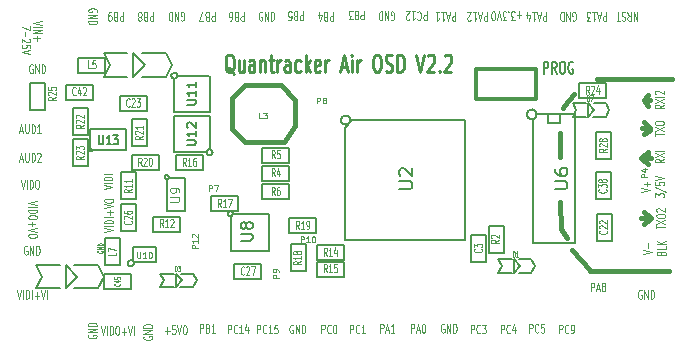
<source format=gto>
G04 (created by PCBNEW-RS274X (2011-05-25)-stable) date Thu 25 Jun 2015 15:43:25 BST*
G01*
G70*
G90*
%MOIN*%
G04 Gerber Fmt 3.4, Leading zero omitted, Abs format*
%FSLAX34Y34*%
G04 APERTURE LIST*
%ADD10C,0.006000*%
%ADD11C,0.004900*%
%ADD12C,0.015000*%
%ADD13C,0.009900*%
%ADD14C,0.006900*%
%ADD15C,0.003000*%
%ADD16C,0.003900*%
%ADD17C,0.004400*%
%ADD18C,0.005900*%
%ADD19C,0.008000*%
%ADD20C,0.005000*%
%ADD21C,0.007900*%
%ADD22C,0.012000*%
%ADD23C,0.004500*%
G04 APERTURE END LIST*
G54D10*
G54D11*
X-01411Y10160D02*
X-01411Y10029D01*
X-01687Y10113D01*
X-01582Y09953D02*
X-01582Y09803D01*
X-01437Y09718D02*
X-01424Y09709D01*
X-01411Y09690D01*
X-01411Y09643D01*
X-01424Y09625D01*
X-01437Y09615D01*
X-01463Y09606D01*
X-01490Y09606D01*
X-01529Y09615D01*
X-01687Y09728D01*
X-01687Y09606D01*
X-01411Y09427D02*
X-01411Y09521D01*
X-01542Y09530D01*
X-01529Y09521D01*
X-01516Y09502D01*
X-01516Y09455D01*
X-01529Y09437D01*
X-01542Y09427D01*
X-01568Y09418D01*
X-01634Y09418D01*
X-01660Y09427D01*
X-01674Y09437D01*
X-01687Y09455D01*
X-01687Y09502D01*
X-01674Y09521D01*
X-01660Y09530D01*
X-01411Y09361D02*
X-01687Y09296D01*
X-01411Y09230D01*
G54D12*
X16250Y05775D02*
X16250Y06575D01*
X16400Y07475D02*
X16350Y07425D01*
X16725Y07875D02*
X16400Y07475D01*
X16275Y03375D02*
X16250Y04275D01*
X16475Y03100D02*
X16275Y03375D01*
X16650Y02700D02*
X16650Y02675D01*
X17250Y02025D02*
X16650Y02700D01*
G54D11*
X06325Y10612D02*
X06306Y10626D01*
X06278Y10626D01*
X06250Y10612D01*
X06231Y10584D01*
X06222Y10556D01*
X06213Y10500D01*
X06213Y10458D01*
X06222Y10401D01*
X06231Y10373D01*
X06250Y10345D01*
X06278Y10331D01*
X06297Y10331D01*
X06325Y10345D01*
X06334Y10359D01*
X06334Y10458D01*
X06297Y10458D01*
X06419Y10331D02*
X06419Y10626D01*
X06531Y10331D01*
X06531Y10626D01*
X06625Y10331D02*
X06625Y10626D01*
X06672Y10626D01*
X06700Y10612D01*
X06719Y10584D01*
X06728Y10556D01*
X06737Y10500D01*
X06737Y10458D01*
X06728Y10401D01*
X06719Y10373D01*
X06700Y10345D01*
X06672Y10331D01*
X06625Y10331D01*
G54D13*
X05395Y08555D02*
X05358Y08583D01*
X05320Y08639D01*
X05264Y08724D01*
X05227Y08752D01*
X05189Y08752D01*
X05208Y08611D02*
X05170Y08639D01*
X05133Y08696D01*
X05114Y08808D01*
X05114Y09005D01*
X05133Y09118D01*
X05170Y09174D01*
X05208Y09202D01*
X05283Y09202D01*
X05320Y09174D01*
X05358Y09118D01*
X05377Y09005D01*
X05377Y08808D01*
X05358Y08696D01*
X05320Y08639D01*
X05283Y08611D01*
X05208Y08611D01*
X05715Y09005D02*
X05715Y08611D01*
X05546Y09005D02*
X05546Y08696D01*
X05565Y08639D01*
X05602Y08611D01*
X05658Y08611D01*
X05696Y08639D01*
X05715Y08668D01*
X06071Y08611D02*
X06071Y08921D01*
X06052Y08977D01*
X06014Y09005D01*
X05939Y09005D01*
X05902Y08977D01*
X06071Y08639D02*
X06033Y08611D01*
X05939Y08611D01*
X05902Y08639D01*
X05883Y08696D01*
X05883Y08752D01*
X05902Y08808D01*
X05939Y08836D01*
X06033Y08836D01*
X06071Y08865D01*
X06258Y09005D02*
X06258Y08611D01*
X06258Y08949D02*
X06277Y08977D01*
X06314Y09005D01*
X06370Y09005D01*
X06408Y08977D01*
X06427Y08921D01*
X06427Y08611D01*
X06558Y09005D02*
X06708Y09005D01*
X06614Y09202D02*
X06614Y08696D01*
X06633Y08639D01*
X06670Y08611D01*
X06708Y08611D01*
X06839Y08611D02*
X06839Y09005D01*
X06839Y08893D02*
X06858Y08949D01*
X06876Y08977D01*
X06914Y09005D01*
X06951Y09005D01*
X07252Y08611D02*
X07252Y08921D01*
X07233Y08977D01*
X07195Y09005D01*
X07120Y09005D01*
X07083Y08977D01*
X07252Y08639D02*
X07214Y08611D01*
X07120Y08611D01*
X07083Y08639D01*
X07064Y08696D01*
X07064Y08752D01*
X07083Y08808D01*
X07120Y08836D01*
X07214Y08836D01*
X07252Y08865D01*
X07608Y08639D02*
X07570Y08611D01*
X07495Y08611D01*
X07458Y08639D01*
X07439Y08668D01*
X07420Y08724D01*
X07420Y08893D01*
X07439Y08949D01*
X07458Y08977D01*
X07495Y09005D01*
X07570Y09005D01*
X07608Y08977D01*
X07777Y08611D02*
X07777Y09202D01*
X07814Y08836D02*
X07927Y08611D01*
X07927Y09005D02*
X07777Y08780D01*
X08246Y08639D02*
X08208Y08611D01*
X08133Y08611D01*
X08096Y08639D01*
X08077Y08696D01*
X08077Y08921D01*
X08096Y08977D01*
X08133Y09005D01*
X08208Y09005D01*
X08246Y08977D01*
X08265Y08921D01*
X08265Y08865D01*
X08077Y08808D01*
X08434Y08611D02*
X08434Y09005D01*
X08434Y08893D02*
X08453Y08949D01*
X08471Y08977D01*
X08509Y09005D01*
X08546Y09005D01*
X08959Y08780D02*
X09147Y08780D01*
X08922Y08611D02*
X09053Y09202D01*
X09184Y08611D01*
X09316Y08611D02*
X09316Y09005D01*
X09316Y09202D02*
X09297Y09174D01*
X09316Y09146D01*
X09335Y09174D01*
X09316Y09202D01*
X09316Y09146D01*
X09504Y08611D02*
X09504Y09005D01*
X09504Y08893D02*
X09523Y08949D01*
X09541Y08977D01*
X09579Y09005D01*
X09616Y09005D01*
X10123Y09202D02*
X10198Y09202D01*
X10235Y09174D01*
X10273Y09118D01*
X10292Y09005D01*
X10292Y08808D01*
X10273Y08696D01*
X10235Y08639D01*
X10198Y08611D01*
X10123Y08611D01*
X10085Y08639D01*
X10048Y08696D01*
X10029Y08808D01*
X10029Y09005D01*
X10048Y09118D01*
X10085Y09174D01*
X10123Y09202D01*
X10442Y08639D02*
X10498Y08611D01*
X10592Y08611D01*
X10630Y08639D01*
X10648Y08668D01*
X10667Y08724D01*
X10667Y08780D01*
X10648Y08836D01*
X10630Y08865D01*
X10592Y08893D01*
X10517Y08921D01*
X10480Y08949D01*
X10461Y08977D01*
X10442Y09033D01*
X10442Y09090D01*
X10461Y09146D01*
X10480Y09174D01*
X10517Y09202D01*
X10611Y09202D01*
X10667Y09174D01*
X10836Y08611D02*
X10836Y09202D01*
X10930Y09202D01*
X10986Y09174D01*
X11023Y09118D01*
X11042Y09062D01*
X11061Y08949D01*
X11061Y08865D01*
X11042Y08752D01*
X11023Y08696D01*
X10986Y08639D01*
X10930Y08611D01*
X10836Y08611D01*
X11474Y09202D02*
X11605Y08611D01*
X11736Y09202D01*
X11849Y09146D02*
X11868Y09174D01*
X11905Y09202D01*
X11999Y09202D01*
X12037Y09174D01*
X12055Y09146D01*
X12074Y09090D01*
X12074Y09033D01*
X12055Y08949D01*
X11830Y08611D01*
X12074Y08611D01*
X12243Y08668D02*
X12262Y08639D01*
X12243Y08611D01*
X12224Y08639D01*
X12243Y08668D01*
X12243Y08611D01*
X12412Y09146D02*
X12431Y09174D01*
X12468Y09202D01*
X12562Y09202D01*
X12600Y09174D01*
X12618Y09146D01*
X12637Y09090D01*
X12637Y09033D01*
X12618Y08949D01*
X12393Y08611D01*
X12637Y08611D01*
G54D14*
X15708Y08566D02*
X15708Y08960D01*
X15813Y08960D01*
X15839Y08941D01*
X15852Y08922D01*
X15865Y08884D01*
X15865Y08828D01*
X15852Y08791D01*
X15839Y08772D01*
X15813Y08753D01*
X15708Y08753D01*
X16141Y08566D02*
X16049Y08753D01*
X15984Y08566D02*
X15984Y08960D01*
X16089Y08960D01*
X16115Y08941D01*
X16128Y08922D01*
X16141Y08884D01*
X16141Y08828D01*
X16128Y08791D01*
X16115Y08772D01*
X16089Y08753D01*
X15984Y08753D01*
X16312Y08960D02*
X16365Y08960D01*
X16391Y08941D01*
X16417Y08903D01*
X16431Y08828D01*
X16431Y08697D01*
X16417Y08622D01*
X16391Y08584D01*
X16365Y08566D01*
X16312Y08566D01*
X16286Y08584D01*
X16260Y08622D01*
X16247Y08697D01*
X16247Y08828D01*
X16260Y08903D01*
X16286Y08941D01*
X16312Y08960D01*
X16693Y08941D02*
X16667Y08960D01*
X16628Y08960D01*
X16588Y08941D01*
X16562Y08903D01*
X16549Y08866D01*
X16536Y08791D01*
X16536Y08734D01*
X16549Y08659D01*
X16562Y08622D01*
X16588Y08584D01*
X16628Y08566D01*
X16654Y08566D01*
X16693Y08584D01*
X16706Y08603D01*
X16706Y08734D01*
X16654Y08734D01*
G54D12*
X19300Y03750D02*
X19050Y03550D01*
X19300Y03750D02*
X19050Y03950D01*
X18950Y03750D02*
X19300Y03750D01*
X18950Y05750D02*
X19200Y05550D01*
X19200Y05950D02*
X19200Y05900D01*
X18950Y05750D02*
X19200Y05950D01*
X19300Y05750D02*
X18950Y05750D01*
X19250Y06700D02*
X19050Y06550D01*
X19250Y06750D02*
X19050Y06950D01*
X19200Y06750D02*
X19250Y06750D01*
X19000Y06750D02*
X19200Y06750D01*
X19050Y07700D02*
X19200Y07500D01*
X19200Y07850D02*
X19050Y07700D01*
X19050Y07700D02*
X19200Y07850D01*
X19050Y07700D02*
X19250Y07700D01*
G54D11*
X19719Y07526D02*
X19578Y07461D01*
X19719Y07414D02*
X19424Y07414D01*
X19424Y07489D01*
X19438Y07508D01*
X19452Y07517D01*
X19480Y07526D01*
X19522Y07526D01*
X19550Y07517D01*
X19564Y07508D01*
X19578Y07489D01*
X19578Y07414D01*
X19424Y07592D02*
X19719Y07723D01*
X19424Y07723D02*
X19719Y07592D01*
X19719Y07799D02*
X19424Y07799D01*
X19452Y07884D02*
X19438Y07893D01*
X19424Y07912D01*
X19424Y07959D01*
X19438Y07977D01*
X19452Y07987D01*
X19480Y07996D01*
X19508Y07996D01*
X19550Y07987D01*
X19719Y07874D01*
X19719Y07996D01*
X19424Y06497D02*
X19424Y06609D01*
X19719Y06553D02*
X19424Y06553D01*
X19424Y06656D02*
X19719Y06787D01*
X19424Y06787D02*
X19719Y06656D01*
X19424Y06900D02*
X19424Y06938D01*
X19438Y06957D01*
X19466Y06975D01*
X19522Y06985D01*
X19621Y06985D01*
X19677Y06975D01*
X19705Y06957D01*
X19719Y06938D01*
X19719Y06900D01*
X19705Y06882D01*
X19677Y06863D01*
X19621Y06854D01*
X19522Y06854D01*
X19466Y06863D01*
X19438Y06882D01*
X19424Y06900D01*
X19719Y05720D02*
X19578Y05655D01*
X19719Y05608D02*
X19424Y05608D01*
X19424Y05683D01*
X19438Y05702D01*
X19452Y05711D01*
X19480Y05720D01*
X19522Y05720D01*
X19550Y05711D01*
X19564Y05702D01*
X19578Y05683D01*
X19578Y05608D01*
X19424Y05786D02*
X19719Y05917D01*
X19424Y05917D02*
X19719Y05786D01*
X19719Y05993D02*
X19424Y05993D01*
X19474Y03403D02*
X19474Y03515D01*
X19769Y03459D02*
X19474Y03459D01*
X19474Y03562D02*
X19769Y03693D01*
X19474Y03693D02*
X19769Y03562D01*
X19474Y03806D02*
X19474Y03844D01*
X19488Y03863D01*
X19516Y03881D01*
X19572Y03891D01*
X19671Y03891D01*
X19727Y03881D01*
X19755Y03863D01*
X19769Y03844D01*
X19769Y03806D01*
X19755Y03788D01*
X19727Y03769D01*
X19671Y03760D01*
X19572Y03760D01*
X19516Y03769D01*
X19488Y03788D01*
X19474Y03806D01*
X19502Y03966D02*
X19488Y03975D01*
X19474Y03994D01*
X19474Y04041D01*
X19488Y04059D01*
X19502Y04069D01*
X19530Y04078D01*
X19558Y04078D01*
X19600Y04069D01*
X19769Y03956D01*
X19769Y04078D01*
X18974Y04613D02*
X19269Y04678D01*
X18974Y04744D01*
X19157Y04810D02*
X19157Y04960D01*
X19269Y04885D02*
X19044Y04885D01*
X19436Y04453D02*
X19436Y04575D01*
X19548Y04509D01*
X19548Y04538D01*
X19562Y04556D01*
X19576Y04566D01*
X19604Y04575D01*
X19675Y04575D01*
X19703Y04566D01*
X19717Y04556D01*
X19731Y04538D01*
X19731Y04481D01*
X19717Y04463D01*
X19703Y04453D01*
X19422Y04801D02*
X19801Y04632D01*
X19436Y04960D02*
X19436Y04866D01*
X19576Y04857D01*
X19562Y04866D01*
X19548Y04885D01*
X19548Y04932D01*
X19562Y04950D01*
X19576Y04960D01*
X19604Y04969D01*
X19675Y04969D01*
X19703Y04960D01*
X19717Y04950D01*
X19731Y04932D01*
X19731Y04885D01*
X19717Y04866D01*
X19703Y04857D01*
X19436Y05026D02*
X19731Y05091D01*
X19436Y05157D01*
X19024Y02563D02*
X19319Y02628D01*
X19024Y02694D01*
X19207Y02760D02*
X19207Y02910D01*
X19626Y02587D02*
X19640Y02615D01*
X19654Y02624D01*
X19683Y02633D01*
X19725Y02633D01*
X19753Y02624D01*
X19767Y02615D01*
X19781Y02596D01*
X19781Y02521D01*
X19486Y02521D01*
X19486Y02587D01*
X19500Y02605D01*
X19514Y02615D01*
X19542Y02624D01*
X19570Y02624D01*
X19598Y02615D01*
X19612Y02605D01*
X19626Y02587D01*
X19626Y02521D01*
X19781Y02812D02*
X19781Y02718D01*
X19486Y02718D01*
X19781Y02877D02*
X19486Y02877D01*
X19781Y02989D02*
X19612Y02905D01*
X19486Y02989D02*
X19654Y02877D01*
G54D12*
X17500Y08400D02*
X20000Y08400D01*
X19900Y02000D02*
X17250Y02000D01*
G54D11*
X18975Y01337D02*
X18956Y01351D01*
X18928Y01351D01*
X18900Y01337D01*
X18881Y01309D01*
X18872Y01281D01*
X18863Y01225D01*
X18863Y01183D01*
X18872Y01126D01*
X18881Y01098D01*
X18900Y01070D01*
X18928Y01056D01*
X18947Y01056D01*
X18975Y01070D01*
X18984Y01084D01*
X18984Y01183D01*
X18947Y01183D01*
X19069Y01056D02*
X19069Y01351D01*
X19181Y01056D01*
X19181Y01351D01*
X19275Y01056D02*
X19275Y01351D01*
X19322Y01351D01*
X19350Y01337D01*
X19369Y01309D01*
X19378Y01281D01*
X19387Y01225D01*
X19387Y01183D01*
X19378Y01126D01*
X19369Y01098D01*
X19350Y01070D01*
X19322Y01056D01*
X19275Y01056D01*
X17295Y01306D02*
X17295Y01601D01*
X17370Y01601D01*
X17389Y01587D01*
X17398Y01573D01*
X17407Y01545D01*
X17407Y01503D01*
X17398Y01475D01*
X17389Y01461D01*
X17370Y01447D01*
X17295Y01447D01*
X17483Y01390D02*
X17576Y01390D01*
X17464Y01306D02*
X17529Y01601D01*
X17595Y01306D01*
X17689Y01475D02*
X17670Y01489D01*
X17661Y01503D01*
X17652Y01531D01*
X17652Y01545D01*
X17661Y01573D01*
X17670Y01587D01*
X17689Y01601D01*
X17727Y01601D01*
X17745Y01587D01*
X17755Y01573D01*
X17764Y01545D01*
X17764Y01531D01*
X17755Y01503D01*
X17745Y01489D01*
X17727Y01475D01*
X17689Y01475D01*
X17670Y01461D01*
X17661Y01447D01*
X17652Y01418D01*
X17652Y01362D01*
X17661Y01334D01*
X17670Y01320D01*
X17689Y01306D01*
X17727Y01306D01*
X17745Y01320D01*
X17755Y01334D01*
X17764Y01362D01*
X17764Y01418D01*
X17755Y01447D01*
X17745Y01461D01*
X17727Y01475D01*
X16231Y-00094D02*
X16231Y00201D01*
X16306Y00201D01*
X16325Y00187D01*
X16334Y00173D01*
X16343Y00145D01*
X16343Y00103D01*
X16334Y00075D01*
X16325Y00061D01*
X16306Y00047D01*
X16231Y00047D01*
X16540Y-00066D02*
X16531Y-00080D01*
X16503Y-00094D01*
X16484Y-00094D01*
X16456Y-00080D01*
X16437Y-00052D01*
X16428Y-00024D01*
X16419Y00033D01*
X16419Y00075D01*
X16428Y00131D01*
X16437Y00159D01*
X16456Y00187D01*
X16484Y00201D01*
X16503Y00201D01*
X16531Y00187D01*
X16540Y00173D01*
X16634Y-00094D02*
X16672Y-00094D01*
X16691Y-00080D01*
X16700Y-00066D01*
X16719Y-00024D01*
X16728Y00033D01*
X16728Y00145D01*
X16719Y00173D01*
X16709Y00187D01*
X16691Y00201D01*
X16653Y00201D01*
X16634Y00187D01*
X16625Y00173D01*
X16616Y00145D01*
X16616Y00075D01*
X16625Y00047D01*
X16634Y00033D01*
X16653Y00018D01*
X16691Y00018D01*
X16709Y00033D01*
X16719Y00047D01*
X16728Y00075D01*
X15231Y-00069D02*
X15231Y00226D01*
X15306Y00226D01*
X15325Y00212D01*
X15334Y00198D01*
X15343Y00170D01*
X15343Y00128D01*
X15334Y00100D01*
X15325Y00086D01*
X15306Y00072D01*
X15231Y00072D01*
X15540Y-00041D02*
X15531Y-00055D01*
X15503Y-00069D01*
X15484Y-00069D01*
X15456Y-00055D01*
X15437Y-00027D01*
X15428Y00001D01*
X15419Y00058D01*
X15419Y00100D01*
X15428Y00156D01*
X15437Y00184D01*
X15456Y00212D01*
X15484Y00226D01*
X15503Y00226D01*
X15531Y00212D01*
X15540Y00198D01*
X15719Y00226D02*
X15625Y00226D01*
X15616Y00086D01*
X15625Y00100D01*
X15644Y00114D01*
X15691Y00114D01*
X15709Y00100D01*
X15719Y00086D01*
X15728Y00058D01*
X15728Y-00013D01*
X15719Y-00041D01*
X15709Y-00055D01*
X15691Y-00069D01*
X15644Y-00069D01*
X15625Y-00055D01*
X15616Y-00041D01*
X14281Y-00094D02*
X14281Y00201D01*
X14356Y00201D01*
X14375Y00187D01*
X14384Y00173D01*
X14393Y00145D01*
X14393Y00103D01*
X14384Y00075D01*
X14375Y00061D01*
X14356Y00047D01*
X14281Y00047D01*
X14590Y-00066D02*
X14581Y-00080D01*
X14553Y-00094D01*
X14534Y-00094D01*
X14506Y-00080D01*
X14487Y-00052D01*
X14478Y-00024D01*
X14469Y00033D01*
X14469Y00075D01*
X14478Y00131D01*
X14487Y00159D01*
X14506Y00187D01*
X14534Y00201D01*
X14553Y00201D01*
X14581Y00187D01*
X14590Y00173D01*
X14759Y00103D02*
X14759Y-00094D01*
X14712Y00215D02*
X14666Y00004D01*
X14787Y00004D01*
X13281Y-00094D02*
X13281Y00201D01*
X13356Y00201D01*
X13375Y00187D01*
X13384Y00173D01*
X13393Y00145D01*
X13393Y00103D01*
X13384Y00075D01*
X13375Y00061D01*
X13356Y00047D01*
X13281Y00047D01*
X13590Y-00066D02*
X13581Y-00080D01*
X13553Y-00094D01*
X13534Y-00094D01*
X13506Y-00080D01*
X13487Y-00052D01*
X13478Y-00024D01*
X13469Y00033D01*
X13469Y00075D01*
X13478Y00131D01*
X13487Y00159D01*
X13506Y00187D01*
X13534Y00201D01*
X13553Y00201D01*
X13581Y00187D01*
X13590Y00173D01*
X13656Y00201D02*
X13778Y00201D01*
X13712Y00089D01*
X13741Y00089D01*
X13759Y00075D01*
X13769Y00061D01*
X13778Y00033D01*
X13778Y-00038D01*
X13769Y-00066D01*
X13759Y-00080D01*
X13741Y-00094D01*
X13684Y-00094D01*
X13666Y-00080D01*
X13656Y-00066D01*
X11295Y-00069D02*
X11295Y00226D01*
X11370Y00226D01*
X11389Y00212D01*
X11398Y00198D01*
X11407Y00170D01*
X11407Y00128D01*
X11398Y00100D01*
X11389Y00086D01*
X11370Y00072D01*
X11295Y00072D01*
X11483Y00015D02*
X11576Y00015D01*
X11464Y-00069D02*
X11529Y00226D01*
X11595Y-00069D01*
X11698Y00226D02*
X11717Y00226D01*
X11736Y00212D01*
X11745Y00198D01*
X11755Y00170D01*
X11764Y00114D01*
X11764Y00043D01*
X11755Y-00013D01*
X11745Y-00041D01*
X11736Y-00055D01*
X11717Y-00069D01*
X11698Y-00069D01*
X11680Y-00055D01*
X11670Y-00041D01*
X11661Y-00013D01*
X11652Y00043D01*
X11652Y00114D01*
X11661Y00170D01*
X11670Y00198D01*
X11680Y00212D01*
X11698Y00226D01*
X10270Y-00069D02*
X10270Y00226D01*
X10345Y00226D01*
X10364Y00212D01*
X10373Y00198D01*
X10382Y00170D01*
X10382Y00128D01*
X10373Y00100D01*
X10364Y00086D01*
X10345Y00072D01*
X10270Y00072D01*
X10458Y00015D02*
X10551Y00015D01*
X10439Y-00069D02*
X10504Y00226D01*
X10570Y-00069D01*
X10739Y-00069D02*
X10627Y-00069D01*
X10683Y-00069D02*
X10683Y00226D01*
X10664Y00184D01*
X10645Y00156D01*
X10627Y00142D01*
X09256Y-00094D02*
X09256Y00201D01*
X09331Y00201D01*
X09350Y00187D01*
X09359Y00173D01*
X09368Y00145D01*
X09368Y00103D01*
X09359Y00075D01*
X09350Y00061D01*
X09331Y00047D01*
X09256Y00047D01*
X09565Y-00066D02*
X09556Y-00080D01*
X09528Y-00094D01*
X09509Y-00094D01*
X09481Y-00080D01*
X09462Y-00052D01*
X09453Y-00024D01*
X09444Y00033D01*
X09444Y00075D01*
X09453Y00131D01*
X09462Y00159D01*
X09481Y00187D01*
X09509Y00201D01*
X09528Y00201D01*
X09556Y00187D01*
X09565Y00173D01*
X09753Y-00094D02*
X09641Y-00094D01*
X09697Y-00094D02*
X09697Y00201D01*
X09678Y00159D01*
X09659Y00131D01*
X09641Y00117D01*
X08306Y-00094D02*
X08306Y00201D01*
X08381Y00201D01*
X08400Y00187D01*
X08409Y00173D01*
X08418Y00145D01*
X08418Y00103D01*
X08409Y00075D01*
X08400Y00061D01*
X08381Y00047D01*
X08306Y00047D01*
X08615Y-00066D02*
X08606Y-00080D01*
X08578Y-00094D01*
X08559Y-00094D01*
X08531Y-00080D01*
X08512Y-00052D01*
X08503Y-00024D01*
X08494Y00033D01*
X08494Y00075D01*
X08503Y00131D01*
X08512Y00159D01*
X08531Y00187D01*
X08559Y00201D01*
X08578Y00201D01*
X08606Y00187D01*
X08615Y00173D01*
X08737Y00201D02*
X08756Y00201D01*
X08775Y00187D01*
X08784Y00173D01*
X08794Y00145D01*
X08803Y00089D01*
X08803Y00018D01*
X08794Y-00038D01*
X08784Y-00066D01*
X08775Y-00080D01*
X08756Y-00094D01*
X08737Y-00094D01*
X08719Y-00080D01*
X08709Y-00066D01*
X08700Y-00038D01*
X08691Y00018D01*
X08691Y00089D01*
X08700Y00145D01*
X08709Y00173D01*
X08719Y00187D01*
X08737Y00201D01*
X12400Y00212D02*
X12381Y00226D01*
X12353Y00226D01*
X12325Y00212D01*
X12306Y00184D01*
X12297Y00156D01*
X12288Y00100D01*
X12288Y00058D01*
X12297Y00001D01*
X12306Y-00027D01*
X12325Y-00055D01*
X12353Y-00069D01*
X12372Y-00069D01*
X12400Y-00055D01*
X12409Y-00041D01*
X12409Y00058D01*
X12372Y00058D01*
X12494Y-00069D02*
X12494Y00226D01*
X12606Y-00069D01*
X12606Y00226D01*
X12700Y-00069D02*
X12700Y00226D01*
X12747Y00226D01*
X12775Y00212D01*
X12794Y00184D01*
X12803Y00156D01*
X12812Y00100D01*
X12812Y00058D01*
X12803Y00001D01*
X12794Y-00027D01*
X12775Y-00055D01*
X12747Y-00069D01*
X12700Y-00069D01*
X07350Y00187D02*
X07331Y00201D01*
X07303Y00201D01*
X07275Y00187D01*
X07256Y00159D01*
X07247Y00131D01*
X07238Y00075D01*
X07238Y00033D01*
X07247Y-00024D01*
X07256Y-00052D01*
X07275Y-00080D01*
X07303Y-00094D01*
X07322Y-00094D01*
X07350Y-00080D01*
X07359Y-00066D01*
X07359Y00033D01*
X07322Y00033D01*
X07444Y-00094D02*
X07444Y00201D01*
X07556Y-00094D01*
X07556Y00201D01*
X07650Y-00094D02*
X07650Y00201D01*
X07697Y00201D01*
X07725Y00187D01*
X07744Y00159D01*
X07753Y00131D01*
X07762Y00075D01*
X07762Y00033D01*
X07753Y-00024D01*
X07744Y-00052D01*
X07725Y-00080D01*
X07697Y-00094D01*
X07650Y-00094D01*
X06162Y-00094D02*
X06162Y00201D01*
X06237Y00201D01*
X06256Y00187D01*
X06265Y00173D01*
X06274Y00145D01*
X06274Y00103D01*
X06265Y00075D01*
X06256Y00061D01*
X06237Y00047D01*
X06162Y00047D01*
X06471Y-00066D02*
X06462Y-00080D01*
X06434Y-00094D01*
X06415Y-00094D01*
X06387Y-00080D01*
X06368Y-00052D01*
X06359Y-00024D01*
X06350Y00033D01*
X06350Y00075D01*
X06359Y00131D01*
X06368Y00159D01*
X06387Y00187D01*
X06415Y00201D01*
X06434Y00201D01*
X06462Y00187D01*
X06471Y00173D01*
X06659Y-00094D02*
X06547Y-00094D01*
X06603Y-00094D02*
X06603Y00201D01*
X06584Y00159D01*
X06565Y00131D01*
X06547Y00117D01*
X06838Y00201D02*
X06744Y00201D01*
X06735Y00061D01*
X06744Y00075D01*
X06763Y00089D01*
X06810Y00089D01*
X06828Y00075D01*
X06838Y00061D01*
X06847Y00033D01*
X06847Y-00038D01*
X06838Y-00066D01*
X06828Y-00080D01*
X06810Y-00094D01*
X06763Y-00094D01*
X06744Y-00080D01*
X06735Y-00066D01*
X05187Y-00094D02*
X05187Y00201D01*
X05262Y00201D01*
X05281Y00187D01*
X05290Y00173D01*
X05299Y00145D01*
X05299Y00103D01*
X05290Y00075D01*
X05281Y00061D01*
X05262Y00047D01*
X05187Y00047D01*
X05496Y-00066D02*
X05487Y-00080D01*
X05459Y-00094D01*
X05440Y-00094D01*
X05412Y-00080D01*
X05393Y-00052D01*
X05384Y-00024D01*
X05375Y00033D01*
X05375Y00075D01*
X05384Y00131D01*
X05393Y00159D01*
X05412Y00187D01*
X05440Y00201D01*
X05459Y00201D01*
X05487Y00187D01*
X05496Y00173D01*
X05684Y-00094D02*
X05572Y-00094D01*
X05628Y-00094D02*
X05628Y00201D01*
X05609Y00159D01*
X05590Y00131D01*
X05572Y00117D01*
X05853Y00103D02*
X05853Y-00094D01*
X05806Y00215D02*
X05760Y00004D01*
X05881Y00004D01*
X03094Y-00007D02*
X03244Y-00007D01*
X03169Y-00119D02*
X03169Y00106D01*
X03432Y00176D02*
X03338Y00176D01*
X03329Y00036D01*
X03338Y00050D01*
X03357Y00064D01*
X03404Y00064D01*
X03422Y00050D01*
X03432Y00036D01*
X03441Y00008D01*
X03441Y-00063D01*
X03432Y-00091D01*
X03422Y-00105D01*
X03404Y-00119D01*
X03357Y-00119D01*
X03338Y-00105D01*
X03329Y-00091D01*
X03498Y00176D02*
X03563Y-00119D01*
X03629Y00176D01*
X03732Y00176D02*
X03770Y00176D01*
X03789Y00162D01*
X03807Y00134D01*
X03817Y00078D01*
X03817Y-00021D01*
X03807Y-00077D01*
X03789Y-00105D01*
X03770Y-00119D01*
X03732Y-00119D01*
X03714Y-00105D01*
X03695Y-00077D01*
X03686Y-00021D01*
X03686Y00078D01*
X03695Y00134D01*
X03714Y00162D01*
X03732Y00176D01*
X02388Y-00200D02*
X02374Y-00219D01*
X02374Y-00247D01*
X02388Y-00275D01*
X02416Y-00294D01*
X02444Y-00303D01*
X02500Y-00312D01*
X02542Y-00312D01*
X02599Y-00303D01*
X02627Y-00294D01*
X02655Y-00275D01*
X02669Y-00247D01*
X02669Y-00228D01*
X02655Y-00200D01*
X02641Y-00191D01*
X02542Y-00191D01*
X02542Y-00228D01*
X02669Y-00106D02*
X02374Y-00106D01*
X02669Y00006D01*
X02374Y00006D01*
X02669Y00100D02*
X02374Y00100D01*
X02374Y00147D01*
X02388Y00175D01*
X02416Y00194D01*
X02444Y00203D01*
X02500Y00212D01*
X02542Y00212D01*
X02599Y00203D01*
X02627Y00194D01*
X02655Y00175D01*
X02669Y00147D01*
X02669Y00100D01*
X00538Y-00150D02*
X00524Y-00169D01*
X00524Y-00197D01*
X00538Y-00225D01*
X00566Y-00244D01*
X00594Y-00253D01*
X00650Y-00262D01*
X00692Y-00262D01*
X00749Y-00253D01*
X00777Y-00244D01*
X00805Y-00225D01*
X00819Y-00197D01*
X00819Y-00178D01*
X00805Y-00150D01*
X00791Y-00141D01*
X00692Y-00141D01*
X00692Y-00178D01*
X00819Y-00056D02*
X00524Y-00056D01*
X00819Y00056D01*
X00524Y00056D01*
X00819Y00150D02*
X00524Y00150D01*
X00524Y00197D01*
X00538Y00225D01*
X00566Y00244D01*
X00594Y00253D01*
X00650Y00262D01*
X00692Y00262D01*
X00749Y00253D01*
X00777Y00244D01*
X00805Y00225D01*
X00819Y00197D01*
X00819Y00150D01*
X00958Y00151D02*
X01023Y-00144D01*
X01089Y00151D01*
X01155Y-00144D02*
X01155Y00151D01*
X01249Y-00144D02*
X01249Y00151D01*
X01296Y00151D01*
X01324Y00137D01*
X01343Y00109D01*
X01352Y00081D01*
X01361Y00025D01*
X01361Y-00017D01*
X01352Y-00074D01*
X01343Y-00102D01*
X01324Y-00130D01*
X01296Y-00144D01*
X01249Y-00144D01*
X01483Y00151D02*
X01521Y00151D01*
X01540Y00137D01*
X01558Y00109D01*
X01568Y00053D01*
X01568Y-00046D01*
X01558Y-00102D01*
X01540Y-00130D01*
X01521Y-00144D01*
X01483Y-00144D01*
X01465Y-00130D01*
X01446Y-00102D01*
X01437Y-00046D01*
X01437Y00053D01*
X01446Y00109D01*
X01465Y00137D01*
X01483Y00151D01*
X01652Y-00032D02*
X01802Y-00032D01*
X01727Y-00144D02*
X01727Y00081D01*
X01868Y00151D02*
X01933Y-00144D01*
X01999Y00151D01*
X02065Y-00144D02*
X02065Y00151D01*
X-01836Y01351D02*
X-01771Y01056D01*
X-01705Y01351D01*
X-01639Y01056D02*
X-01639Y01351D01*
X-01545Y01056D02*
X-01545Y01351D01*
X-01498Y01351D01*
X-01470Y01337D01*
X-01451Y01309D01*
X-01442Y01281D01*
X-01433Y01225D01*
X-01433Y01183D01*
X-01442Y01126D01*
X-01451Y01098D01*
X-01470Y01070D01*
X-01498Y01056D01*
X-01545Y01056D01*
X-01348Y01056D02*
X-01348Y01351D01*
X-01254Y01168D02*
X-01104Y01168D01*
X-01179Y01056D02*
X-01179Y01281D01*
X-01038Y01351D02*
X-00973Y01056D01*
X-00907Y01351D01*
X-00841Y01056D02*
X-00841Y01351D01*
X-01174Y04323D02*
X-01469Y04258D01*
X-01174Y04192D01*
X-01469Y04126D02*
X-01174Y04126D01*
X-01469Y04032D02*
X-01174Y04032D01*
X-01174Y03985D01*
X-01188Y03957D01*
X-01216Y03938D01*
X-01244Y03929D01*
X-01300Y03920D01*
X-01342Y03920D01*
X-01399Y03929D01*
X-01427Y03938D01*
X-01455Y03957D01*
X-01469Y03985D01*
X-01469Y04032D01*
X-01174Y03798D02*
X-01174Y03760D01*
X-01188Y03741D01*
X-01216Y03723D01*
X-01272Y03713D01*
X-01371Y03713D01*
X-01427Y03723D01*
X-01455Y03741D01*
X-01469Y03760D01*
X-01469Y03798D01*
X-01455Y03816D01*
X-01427Y03835D01*
X-01371Y03844D01*
X-01272Y03844D01*
X-01216Y03835D01*
X-01188Y03816D01*
X-01174Y03798D01*
X-01357Y03629D02*
X-01357Y03479D01*
X-01469Y03554D02*
X-01244Y03554D01*
X-01174Y03413D02*
X-01469Y03348D01*
X-01174Y03282D01*
X-01174Y03179D02*
X-01174Y03141D01*
X-01188Y03122D01*
X-01216Y03104D01*
X-01272Y03094D01*
X-01371Y03094D01*
X-01427Y03104D01*
X-01455Y03122D01*
X-01469Y03141D01*
X-01469Y03179D01*
X-01455Y03197D01*
X-01427Y03216D01*
X-01371Y03225D01*
X-01272Y03225D01*
X-01216Y03216D01*
X-01188Y03197D01*
X-01174Y03179D01*
X01074Y03283D02*
X01369Y03348D01*
X01074Y03414D01*
X01369Y03480D02*
X01074Y03480D01*
X01369Y03574D02*
X01074Y03574D01*
X01074Y03621D01*
X01088Y03649D01*
X01116Y03668D01*
X01144Y03677D01*
X01200Y03686D01*
X01242Y03686D01*
X01299Y03677D01*
X01327Y03668D01*
X01355Y03649D01*
X01369Y03621D01*
X01369Y03574D01*
X01369Y03771D02*
X01074Y03771D01*
X01257Y03865D02*
X01257Y04015D01*
X01369Y03940D02*
X01144Y03940D01*
X01074Y04081D02*
X01369Y04146D01*
X01074Y04212D01*
X01074Y04315D02*
X01074Y04353D01*
X01088Y04372D01*
X01116Y04390D01*
X01172Y04400D01*
X01271Y04400D01*
X01327Y04390D01*
X01355Y04372D01*
X01369Y04353D01*
X01369Y04315D01*
X01355Y04297D01*
X01327Y04278D01*
X01271Y04269D01*
X01172Y04269D01*
X01116Y04278D01*
X01088Y04297D01*
X01074Y04315D01*
G54D15*
X00842Y02660D02*
X00832Y02649D01*
X00832Y02632D01*
X00842Y02615D01*
X00860Y02604D01*
X00879Y02598D01*
X00917Y02592D01*
X00945Y02592D01*
X00982Y02598D01*
X01001Y02604D01*
X01020Y02615D01*
X01029Y02632D01*
X01029Y02643D01*
X01020Y02660D01*
X01010Y02666D01*
X00945Y02666D01*
X00945Y02643D01*
X01029Y02716D02*
X00832Y02716D01*
X01029Y02784D01*
X00832Y02784D01*
X01029Y02840D02*
X00832Y02840D01*
X00832Y02868D01*
X00842Y02885D01*
X00860Y02896D01*
X00879Y02902D01*
X00917Y02908D01*
X00945Y02908D01*
X00982Y02902D01*
X01001Y02896D01*
X01020Y02885D01*
X01029Y02868D01*
X01029Y02840D01*
G54D11*
X-01500Y02812D02*
X-01519Y02826D01*
X-01547Y02826D01*
X-01575Y02812D01*
X-01594Y02784D01*
X-01603Y02756D01*
X-01612Y02700D01*
X-01612Y02658D01*
X-01603Y02601D01*
X-01594Y02573D01*
X-01575Y02545D01*
X-01547Y02531D01*
X-01528Y02531D01*
X-01500Y02545D01*
X-01491Y02559D01*
X-01491Y02658D01*
X-01528Y02658D01*
X-01406Y02531D02*
X-01406Y02826D01*
X-01294Y02531D01*
X-01294Y02826D01*
X-01200Y02531D02*
X-01200Y02826D01*
X-01153Y02826D01*
X-01125Y02812D01*
X-01106Y02784D01*
X-01097Y02756D01*
X-01088Y02700D01*
X-01088Y02658D01*
X-01097Y02601D01*
X-01106Y02573D01*
X-01125Y02545D01*
X-01153Y02531D01*
X-01200Y02531D01*
X-01714Y05026D02*
X-01649Y04731D01*
X-01583Y05026D01*
X-01517Y04731D02*
X-01517Y05026D01*
X-01423Y04731D02*
X-01423Y05026D01*
X-01376Y05026D01*
X-01348Y05012D01*
X-01329Y04984D01*
X-01320Y04956D01*
X-01311Y04900D01*
X-01311Y04858D01*
X-01320Y04801D01*
X-01329Y04773D01*
X-01348Y04745D01*
X-01376Y04731D01*
X-01423Y04731D01*
X-01189Y05026D02*
X-01151Y05026D01*
X-01132Y05012D01*
X-01114Y04984D01*
X-01104Y04928D01*
X-01104Y04829D01*
X-01114Y04773D01*
X-01132Y04745D01*
X-01151Y04731D01*
X-01189Y04731D01*
X-01207Y04745D01*
X-01226Y04773D01*
X-01235Y04829D01*
X-01235Y04928D01*
X-01226Y04984D01*
X-01207Y05012D01*
X-01189Y05026D01*
X01044Y04724D02*
X01339Y04789D01*
X01044Y04855D01*
X01339Y04921D02*
X01044Y04921D01*
X01339Y05015D02*
X01044Y05015D01*
X01044Y05062D01*
X01058Y05090D01*
X01086Y05109D01*
X01114Y05118D01*
X01170Y05127D01*
X01212Y05127D01*
X01269Y05118D01*
X01297Y05109D01*
X01325Y05090D01*
X01339Y05062D01*
X01339Y05015D01*
X01339Y05212D02*
X01044Y05212D01*
X-01742Y05715D02*
X-01649Y05715D01*
X-01761Y05631D02*
X-01696Y05926D01*
X-01630Y05631D01*
X-01564Y05926D02*
X-01564Y05687D01*
X-01555Y05659D01*
X-01545Y05645D01*
X-01527Y05631D01*
X-01489Y05631D01*
X-01470Y05645D01*
X-01461Y05659D01*
X-01452Y05687D01*
X-01452Y05926D01*
X-01358Y05631D02*
X-01358Y05926D01*
X-01311Y05926D01*
X-01283Y05912D01*
X-01264Y05884D01*
X-01255Y05856D01*
X-01246Y05800D01*
X-01246Y05758D01*
X-01255Y05701D01*
X-01264Y05673D01*
X-01283Y05645D01*
X-01311Y05631D01*
X-01358Y05631D01*
X-01170Y05898D02*
X-01161Y05912D01*
X-01142Y05926D01*
X-01095Y05926D01*
X-01077Y05912D01*
X-01067Y05898D01*
X-01058Y05870D01*
X-01058Y05842D01*
X-01067Y05800D01*
X-01180Y05631D01*
X-01058Y05631D01*
X-01742Y06665D02*
X-01649Y06665D01*
X-01761Y06581D02*
X-01696Y06876D01*
X-01630Y06581D01*
X-01564Y06876D02*
X-01564Y06637D01*
X-01555Y06609D01*
X-01545Y06595D01*
X-01527Y06581D01*
X-01489Y06581D01*
X-01470Y06595D01*
X-01461Y06609D01*
X-01452Y06637D01*
X-01452Y06876D01*
X-01358Y06581D02*
X-01358Y06876D01*
X-01311Y06876D01*
X-01283Y06862D01*
X-01264Y06834D01*
X-01255Y06806D01*
X-01246Y06750D01*
X-01246Y06708D01*
X-01255Y06651D01*
X-01264Y06623D01*
X-01283Y06595D01*
X-01311Y06581D01*
X-01358Y06581D01*
X-01058Y06581D02*
X-01170Y06581D01*
X-01114Y06581D02*
X-01114Y06876D01*
X-01133Y06834D01*
X-01152Y06806D01*
X-01170Y06792D01*
X04256Y-00069D02*
X04256Y00226D01*
X04331Y00226D01*
X04350Y00212D01*
X04359Y00198D01*
X04368Y00170D01*
X04368Y00128D01*
X04359Y00100D01*
X04350Y00086D01*
X04331Y00072D01*
X04256Y00072D01*
X04519Y00086D02*
X04547Y00072D01*
X04556Y00058D01*
X04565Y00029D01*
X04565Y-00013D01*
X04556Y-00041D01*
X04547Y-00055D01*
X04528Y-00069D01*
X04453Y-00069D01*
X04453Y00226D01*
X04519Y00226D01*
X04537Y00212D01*
X04547Y00198D01*
X04556Y00170D01*
X04556Y00142D01*
X04547Y00114D01*
X04537Y00100D01*
X04519Y00086D01*
X04453Y00086D01*
X04753Y-00069D02*
X04641Y-00069D01*
X04697Y-00069D02*
X04697Y00226D01*
X04678Y00184D01*
X04659Y00156D01*
X04641Y00142D01*
X00812Y10625D02*
X00826Y10644D01*
X00826Y10672D01*
X00812Y10700D01*
X00784Y10719D01*
X00756Y10728D01*
X00700Y10737D01*
X00658Y10737D01*
X00601Y10728D01*
X00573Y10719D01*
X00545Y10700D01*
X00531Y10672D01*
X00531Y10653D01*
X00545Y10625D01*
X00559Y10616D01*
X00658Y10616D01*
X00658Y10653D01*
X00531Y10531D02*
X00826Y10531D01*
X00531Y10419D01*
X00826Y10419D01*
X00531Y10325D02*
X00826Y10325D01*
X00826Y10278D01*
X00812Y10250D01*
X00784Y10231D01*
X00756Y10222D01*
X00700Y10213D01*
X00658Y10213D01*
X00601Y10222D01*
X00573Y10231D01*
X00545Y10250D01*
X00531Y10278D01*
X00531Y10325D01*
X16675Y10338D02*
X16694Y10324D01*
X16722Y10324D01*
X16750Y10338D01*
X16769Y10366D01*
X16778Y10394D01*
X16787Y10450D01*
X16787Y10492D01*
X16778Y10549D01*
X16769Y10577D01*
X16750Y10605D01*
X16722Y10619D01*
X16703Y10619D01*
X16675Y10605D01*
X16666Y10591D01*
X16666Y10492D01*
X16703Y10492D01*
X16581Y10619D02*
X16581Y10324D01*
X16469Y10619D01*
X16469Y10324D01*
X16375Y10619D02*
X16375Y10324D01*
X16328Y10324D01*
X16300Y10338D01*
X16281Y10366D01*
X16272Y10394D01*
X16263Y10450D01*
X16263Y10492D01*
X16272Y10549D01*
X16281Y10577D01*
X16300Y10605D01*
X16328Y10619D01*
X16375Y10619D01*
X18823Y10619D02*
X18823Y10324D01*
X18711Y10619D01*
X18711Y10324D01*
X18505Y10619D02*
X18570Y10478D01*
X18617Y10619D02*
X18617Y10324D01*
X18542Y10324D01*
X18523Y10338D01*
X18514Y10352D01*
X18505Y10380D01*
X18505Y10422D01*
X18514Y10450D01*
X18523Y10464D01*
X18542Y10478D01*
X18617Y10478D01*
X18429Y10605D02*
X18401Y10619D01*
X18354Y10619D01*
X18336Y10605D01*
X18326Y10591D01*
X18317Y10563D01*
X18317Y10535D01*
X18326Y10507D01*
X18336Y10492D01*
X18354Y10478D01*
X18392Y10464D01*
X18411Y10450D01*
X18420Y10436D01*
X18429Y10408D01*
X18429Y10380D01*
X18420Y10352D01*
X18411Y10338D01*
X18392Y10324D01*
X18345Y10324D01*
X18317Y10338D01*
X18260Y10324D02*
X18148Y10324D01*
X18204Y10619D02*
X18204Y10324D01*
X17799Y10619D02*
X17799Y10324D01*
X17724Y10324D01*
X17705Y10338D01*
X17696Y10352D01*
X17687Y10380D01*
X17687Y10422D01*
X17696Y10450D01*
X17705Y10464D01*
X17724Y10478D01*
X17799Y10478D01*
X17611Y10535D02*
X17518Y10535D01*
X17630Y10619D02*
X17565Y10324D01*
X17499Y10619D01*
X17330Y10619D02*
X17442Y10619D01*
X17386Y10619D02*
X17386Y10324D01*
X17405Y10366D01*
X17424Y10394D01*
X17442Y10408D01*
X17264Y10324D02*
X17142Y10324D01*
X17208Y10436D01*
X17179Y10436D01*
X17161Y10450D01*
X17151Y10464D01*
X17142Y10492D01*
X17142Y10563D01*
X17151Y10591D01*
X17161Y10605D01*
X17179Y10619D01*
X17236Y10619D01*
X17254Y10605D01*
X17264Y10591D01*
X10625Y10363D02*
X10644Y10349D01*
X10672Y10349D01*
X10700Y10363D01*
X10719Y10391D01*
X10728Y10419D01*
X10737Y10475D01*
X10737Y10517D01*
X10728Y10574D01*
X10719Y10602D01*
X10700Y10630D01*
X10672Y10644D01*
X10653Y10644D01*
X10625Y10630D01*
X10616Y10616D01*
X10616Y10517D01*
X10653Y10517D01*
X10531Y10644D02*
X10531Y10349D01*
X10419Y10644D01*
X10419Y10349D01*
X10325Y10644D02*
X10325Y10349D01*
X10278Y10349D01*
X10250Y10363D01*
X10231Y10391D01*
X10222Y10419D01*
X10213Y10475D01*
X10213Y10517D01*
X10222Y10574D01*
X10231Y10602D01*
X10250Y10630D01*
X10278Y10644D01*
X10325Y10644D01*
X15799Y10619D02*
X15799Y10324D01*
X15724Y10324D01*
X15705Y10338D01*
X15696Y10352D01*
X15687Y10380D01*
X15687Y10422D01*
X15696Y10450D01*
X15705Y10464D01*
X15724Y10478D01*
X15799Y10478D01*
X15611Y10535D02*
X15518Y10535D01*
X15630Y10619D02*
X15565Y10324D01*
X15499Y10619D01*
X15330Y10619D02*
X15442Y10619D01*
X15386Y10619D02*
X15386Y10324D01*
X15405Y10366D01*
X15424Y10394D01*
X15442Y10408D01*
X15161Y10422D02*
X15161Y10619D01*
X15208Y10310D02*
X15254Y10521D01*
X15133Y10521D01*
X14972Y10532D02*
X14822Y10532D01*
X14897Y10644D02*
X14897Y10419D01*
X14747Y10349D02*
X14625Y10349D01*
X14691Y10461D01*
X14662Y10461D01*
X14644Y10475D01*
X14634Y10489D01*
X14625Y10517D01*
X14625Y10588D01*
X14634Y10616D01*
X14644Y10630D01*
X14662Y10644D01*
X14719Y10644D01*
X14737Y10630D01*
X14747Y10616D01*
X14540Y10616D02*
X14531Y10630D01*
X14540Y10644D01*
X14549Y10630D01*
X14540Y10616D01*
X14540Y10644D01*
X14465Y10349D02*
X14343Y10349D01*
X14409Y10461D01*
X14380Y10461D01*
X14362Y10475D01*
X14352Y10489D01*
X14343Y10517D01*
X14343Y10588D01*
X14352Y10616D01*
X14362Y10630D01*
X14380Y10644D01*
X14437Y10644D01*
X14455Y10630D01*
X14465Y10616D01*
X14286Y10349D02*
X14221Y10644D01*
X14155Y10349D01*
X14052Y10349D02*
X14014Y10349D01*
X13995Y10363D01*
X13977Y10391D01*
X13967Y10447D01*
X13967Y10546D01*
X13977Y10602D01*
X13995Y10630D01*
X14014Y10644D01*
X14052Y10644D01*
X14070Y10630D01*
X14089Y10602D01*
X14098Y10546D01*
X14098Y10447D01*
X14089Y10391D01*
X14070Y10363D01*
X14052Y10349D01*
X13824Y10619D02*
X13824Y10324D01*
X13749Y10324D01*
X13730Y10338D01*
X13721Y10352D01*
X13712Y10380D01*
X13712Y10422D01*
X13721Y10450D01*
X13730Y10464D01*
X13749Y10478D01*
X13824Y10478D01*
X13636Y10535D02*
X13543Y10535D01*
X13655Y10619D02*
X13590Y10324D01*
X13524Y10619D01*
X13355Y10619D02*
X13467Y10619D01*
X13411Y10619D02*
X13411Y10324D01*
X13430Y10366D01*
X13449Y10394D01*
X13467Y10408D01*
X13279Y10352D02*
X13270Y10338D01*
X13251Y10324D01*
X13204Y10324D01*
X13186Y10338D01*
X13176Y10352D01*
X13167Y10380D01*
X13167Y10408D01*
X13176Y10450D01*
X13289Y10619D01*
X13167Y10619D01*
X12774Y10619D02*
X12774Y10324D01*
X12699Y10324D01*
X12680Y10338D01*
X12671Y10352D01*
X12662Y10380D01*
X12662Y10422D01*
X12671Y10450D01*
X12680Y10464D01*
X12699Y10478D01*
X12774Y10478D01*
X12586Y10535D02*
X12493Y10535D01*
X12605Y10619D02*
X12540Y10324D01*
X12474Y10619D01*
X12305Y10619D02*
X12417Y10619D01*
X12361Y10619D02*
X12361Y10324D01*
X12380Y10366D01*
X12399Y10394D01*
X12417Y10408D01*
X12117Y10619D02*
X12229Y10619D01*
X12173Y10619D02*
X12173Y10324D01*
X12192Y10366D01*
X12211Y10394D01*
X12229Y10408D01*
X11813Y10644D02*
X11813Y10349D01*
X11738Y10349D01*
X11719Y10363D01*
X11710Y10377D01*
X11701Y10405D01*
X11701Y10447D01*
X11710Y10475D01*
X11719Y10489D01*
X11738Y10503D01*
X11813Y10503D01*
X11504Y10616D02*
X11513Y10630D01*
X11541Y10644D01*
X11560Y10644D01*
X11588Y10630D01*
X11607Y10602D01*
X11616Y10574D01*
X11625Y10517D01*
X11625Y10475D01*
X11616Y10419D01*
X11607Y10391D01*
X11588Y10363D01*
X11560Y10349D01*
X11541Y10349D01*
X11513Y10363D01*
X11504Y10377D01*
X11316Y10644D02*
X11428Y10644D01*
X11372Y10644D02*
X11372Y10349D01*
X11391Y10391D01*
X11410Y10419D01*
X11428Y10433D01*
X11240Y10377D02*
X11231Y10363D01*
X11212Y10349D01*
X11165Y10349D01*
X11147Y10363D01*
X11137Y10377D01*
X11128Y10405D01*
X11128Y10433D01*
X11137Y10475D01*
X11250Y10644D01*
X11128Y10644D01*
X09719Y10669D02*
X09719Y10374D01*
X09644Y10374D01*
X09625Y10388D01*
X09616Y10402D01*
X09607Y10430D01*
X09607Y10472D01*
X09616Y10500D01*
X09625Y10514D01*
X09644Y10528D01*
X09719Y10528D01*
X09456Y10514D02*
X09428Y10528D01*
X09419Y10542D01*
X09410Y10571D01*
X09410Y10613D01*
X09419Y10641D01*
X09428Y10655D01*
X09447Y10669D01*
X09522Y10669D01*
X09522Y10374D01*
X09456Y10374D01*
X09438Y10388D01*
X09428Y10402D01*
X09419Y10430D01*
X09419Y10458D01*
X09428Y10486D01*
X09438Y10500D01*
X09456Y10514D01*
X09522Y10514D01*
X09344Y10374D02*
X09222Y10374D01*
X09288Y10486D01*
X09259Y10486D01*
X09241Y10500D01*
X09231Y10514D01*
X09222Y10542D01*
X09222Y10613D01*
X09231Y10641D01*
X09241Y10655D01*
X09259Y10669D01*
X09316Y10669D01*
X09334Y10655D01*
X09344Y10641D01*
X08694Y10619D02*
X08694Y10324D01*
X08619Y10324D01*
X08600Y10338D01*
X08591Y10352D01*
X08582Y10380D01*
X08582Y10422D01*
X08591Y10450D01*
X08600Y10464D01*
X08619Y10478D01*
X08694Y10478D01*
X08431Y10464D02*
X08403Y10478D01*
X08394Y10492D01*
X08385Y10521D01*
X08385Y10563D01*
X08394Y10591D01*
X08403Y10605D01*
X08422Y10619D01*
X08497Y10619D01*
X08497Y10324D01*
X08431Y10324D01*
X08413Y10338D01*
X08403Y10352D01*
X08394Y10380D01*
X08394Y10408D01*
X08403Y10436D01*
X08413Y10450D01*
X08431Y10464D01*
X08497Y10464D01*
X08216Y10422D02*
X08216Y10619D01*
X08263Y10310D02*
X08309Y10521D01*
X08188Y10521D01*
X07694Y10644D02*
X07694Y10349D01*
X07619Y10349D01*
X07600Y10363D01*
X07591Y10377D01*
X07582Y10405D01*
X07582Y10447D01*
X07591Y10475D01*
X07600Y10489D01*
X07619Y10503D01*
X07694Y10503D01*
X07431Y10489D02*
X07403Y10503D01*
X07394Y10517D01*
X07385Y10546D01*
X07385Y10588D01*
X07394Y10616D01*
X07403Y10630D01*
X07422Y10644D01*
X07497Y10644D01*
X07497Y10349D01*
X07431Y10349D01*
X07413Y10363D01*
X07403Y10377D01*
X07394Y10405D01*
X07394Y10433D01*
X07403Y10461D01*
X07413Y10475D01*
X07431Y10489D01*
X07497Y10489D01*
X07206Y10349D02*
X07300Y10349D01*
X07309Y10489D01*
X07300Y10475D01*
X07281Y10461D01*
X07234Y10461D01*
X07216Y10475D01*
X07206Y10489D01*
X07197Y10517D01*
X07197Y10588D01*
X07206Y10616D01*
X07216Y10630D01*
X07234Y10644D01*
X07281Y10644D01*
X07300Y10630D01*
X07309Y10616D01*
X05719Y10619D02*
X05719Y10324D01*
X05644Y10324D01*
X05625Y10338D01*
X05616Y10352D01*
X05607Y10380D01*
X05607Y10422D01*
X05616Y10450D01*
X05625Y10464D01*
X05644Y10478D01*
X05719Y10478D01*
X05456Y10464D02*
X05428Y10478D01*
X05419Y10492D01*
X05410Y10521D01*
X05410Y10563D01*
X05419Y10591D01*
X05428Y10605D01*
X05447Y10619D01*
X05522Y10619D01*
X05522Y10324D01*
X05456Y10324D01*
X05438Y10338D01*
X05428Y10352D01*
X05419Y10380D01*
X05419Y10408D01*
X05428Y10436D01*
X05438Y10450D01*
X05456Y10464D01*
X05522Y10464D01*
X05241Y10324D02*
X05278Y10324D01*
X05297Y10338D01*
X05306Y10352D01*
X05325Y10394D01*
X05334Y10450D01*
X05334Y10563D01*
X05325Y10591D01*
X05316Y10605D01*
X05297Y10619D01*
X05259Y10619D01*
X05241Y10605D01*
X05231Y10591D01*
X05222Y10563D01*
X05222Y10492D01*
X05231Y10464D01*
X05241Y10450D01*
X05259Y10436D01*
X05297Y10436D01*
X05316Y10450D01*
X05325Y10464D01*
X05334Y10492D01*
X04744Y10619D02*
X04744Y10324D01*
X04669Y10324D01*
X04650Y10338D01*
X04641Y10352D01*
X04632Y10380D01*
X04632Y10422D01*
X04641Y10450D01*
X04650Y10464D01*
X04669Y10478D01*
X04744Y10478D01*
X04481Y10464D02*
X04453Y10478D01*
X04444Y10492D01*
X04435Y10521D01*
X04435Y10563D01*
X04444Y10591D01*
X04453Y10605D01*
X04472Y10619D01*
X04547Y10619D01*
X04547Y10324D01*
X04481Y10324D01*
X04463Y10338D01*
X04453Y10352D01*
X04444Y10380D01*
X04444Y10408D01*
X04453Y10436D01*
X04463Y10450D01*
X04481Y10464D01*
X04547Y10464D01*
X04369Y10324D02*
X04238Y10324D01*
X04322Y10619D01*
X02694Y10619D02*
X02694Y10324D01*
X02619Y10324D01*
X02600Y10338D01*
X02591Y10352D01*
X02582Y10380D01*
X02582Y10422D01*
X02591Y10450D01*
X02600Y10464D01*
X02619Y10478D01*
X02694Y10478D01*
X02431Y10464D02*
X02403Y10478D01*
X02394Y10492D01*
X02385Y10521D01*
X02385Y10563D01*
X02394Y10591D01*
X02403Y10605D01*
X02422Y10619D01*
X02497Y10619D01*
X02497Y10324D01*
X02431Y10324D01*
X02413Y10338D01*
X02403Y10352D01*
X02394Y10380D01*
X02394Y10408D01*
X02403Y10436D01*
X02413Y10450D01*
X02431Y10464D01*
X02497Y10464D01*
X02272Y10450D02*
X02291Y10436D01*
X02300Y10422D01*
X02309Y10394D01*
X02309Y10380D01*
X02300Y10352D01*
X02291Y10338D01*
X02272Y10324D01*
X02234Y10324D01*
X02216Y10338D01*
X02206Y10352D01*
X02197Y10380D01*
X02197Y10394D01*
X02206Y10422D01*
X02216Y10436D01*
X02234Y10450D01*
X02272Y10450D01*
X02291Y10464D01*
X02300Y10478D01*
X02309Y10507D01*
X02309Y10563D01*
X02300Y10591D01*
X02291Y10605D01*
X02272Y10619D01*
X02234Y10619D01*
X02216Y10605D01*
X02206Y10591D01*
X02197Y10563D01*
X02197Y10507D01*
X02206Y10478D01*
X02216Y10464D01*
X02234Y10450D01*
X01694Y10619D02*
X01694Y10324D01*
X01619Y10324D01*
X01600Y10338D01*
X01591Y10352D01*
X01582Y10380D01*
X01582Y10422D01*
X01591Y10450D01*
X01600Y10464D01*
X01619Y10478D01*
X01694Y10478D01*
X01431Y10464D02*
X01403Y10478D01*
X01394Y10492D01*
X01385Y10521D01*
X01385Y10563D01*
X01394Y10591D01*
X01403Y10605D01*
X01422Y10619D01*
X01497Y10619D01*
X01497Y10324D01*
X01431Y10324D01*
X01413Y10338D01*
X01403Y10352D01*
X01394Y10380D01*
X01394Y10408D01*
X01403Y10436D01*
X01413Y10450D01*
X01431Y10464D01*
X01497Y10464D01*
X01291Y10619D02*
X01253Y10619D01*
X01234Y10605D01*
X01225Y10591D01*
X01206Y10549D01*
X01197Y10492D01*
X01197Y10380D01*
X01206Y10352D01*
X01216Y10338D01*
X01234Y10324D01*
X01272Y10324D01*
X01291Y10338D01*
X01300Y10352D01*
X01309Y10380D01*
X01309Y10450D01*
X01300Y10478D01*
X01291Y10492D01*
X01272Y10507D01*
X01234Y10507D01*
X01216Y10492D01*
X01206Y10478D01*
X01197Y10450D01*
X03625Y10338D02*
X03644Y10324D01*
X03672Y10324D01*
X03700Y10338D01*
X03719Y10366D01*
X03728Y10394D01*
X03737Y10450D01*
X03737Y10492D01*
X03728Y10549D01*
X03719Y10577D01*
X03700Y10605D01*
X03672Y10619D01*
X03653Y10619D01*
X03625Y10605D01*
X03616Y10591D01*
X03616Y10492D01*
X03653Y10492D01*
X03531Y10619D02*
X03531Y10324D01*
X03419Y10619D01*
X03419Y10324D01*
X03325Y10619D02*
X03325Y10324D01*
X03278Y10324D01*
X03250Y10338D01*
X03231Y10366D01*
X03222Y10394D01*
X03213Y10450D01*
X03213Y10492D01*
X03222Y10549D01*
X03231Y10577D01*
X03250Y10605D01*
X03278Y10619D01*
X03325Y10619D01*
G54D16*
X-01325Y08862D02*
X-01344Y08876D01*
X-01372Y08876D01*
X-01400Y08862D01*
X-01419Y08834D01*
X-01428Y08806D01*
X-01437Y08750D01*
X-01437Y08708D01*
X-01428Y08651D01*
X-01419Y08623D01*
X-01400Y08595D01*
X-01372Y08581D01*
X-01353Y08581D01*
X-01325Y08595D01*
X-01316Y08609D01*
X-01316Y08708D01*
X-01353Y08708D01*
X-01231Y08581D02*
X-01231Y08876D01*
X-01119Y08581D01*
X-01119Y08876D01*
X-01025Y08581D02*
X-01025Y08876D01*
X-00978Y08876D01*
X-00950Y08862D01*
X-00931Y08834D01*
X-00922Y08806D01*
X-00913Y08750D01*
X-00913Y08708D01*
X-00922Y08651D01*
X-00931Y08623D01*
X-00950Y08595D01*
X-00978Y08581D01*
X-01025Y08581D01*
G54D17*
X-00999Y10312D02*
X-01294Y10247D01*
X-00999Y10181D01*
X-01294Y10115D02*
X-00999Y10115D01*
X-01294Y10021D02*
X-00999Y10021D01*
X-01294Y09909D01*
X-00999Y09909D01*
X-01182Y09815D02*
X-01182Y09665D01*
X-01294Y09740D02*
X-01069Y09740D01*
G54D18*
X-00419Y02194D02*
X-01206Y02194D01*
X-01206Y02194D02*
X-01009Y01800D01*
X-00419Y01406D02*
X-01206Y01406D01*
X-01206Y01406D02*
X-01009Y01800D01*
X01058Y01800D02*
X00861Y02194D01*
X00861Y02194D02*
X00073Y02194D01*
X01058Y01800D02*
X00861Y01406D01*
X00861Y01406D02*
X00073Y01406D01*
X00172Y01800D02*
X-00222Y01406D01*
X-00222Y01406D02*
X-00222Y02194D01*
X-00222Y02194D02*
X00172Y01800D01*
X01831Y09244D02*
X01044Y09244D01*
X01044Y09244D02*
X01241Y08850D01*
X01831Y08456D02*
X01044Y08456D01*
X01044Y08456D02*
X01241Y08850D01*
X03308Y08850D02*
X03111Y09244D01*
X03111Y09244D02*
X02323Y09244D01*
X03308Y08850D02*
X03111Y08456D01*
X03111Y08456D02*
X02323Y08456D01*
X02422Y08850D02*
X02028Y08456D01*
X02028Y08456D02*
X02028Y09244D01*
X02028Y09244D02*
X02422Y08850D01*
X16743Y07211D02*
X15468Y07211D01*
X15343Y02911D02*
X15343Y07061D01*
X15478Y07211D02*
X15474Y07180D01*
X15465Y07151D01*
X15451Y07123D01*
X15431Y07099D01*
X15407Y07079D01*
X15380Y07064D01*
X15350Y07055D01*
X15319Y07052D01*
X15289Y07054D01*
X15259Y07063D01*
X15231Y07078D01*
X15207Y07097D01*
X15186Y07121D01*
X15171Y07148D01*
X15162Y07178D01*
X15159Y07209D01*
X15161Y07239D01*
X15170Y07269D01*
X15184Y07297D01*
X15203Y07322D01*
X15227Y07342D01*
X15254Y07357D01*
X15284Y07367D01*
X15315Y07370D01*
X15345Y07368D01*
X15375Y07360D01*
X15403Y07346D01*
X15428Y07326D01*
X15448Y07303D01*
X15464Y07276D01*
X15474Y07246D01*
X15477Y07215D01*
X15478Y07211D01*
G54D19*
X16743Y07211D02*
X16743Y02911D01*
X16743Y02911D02*
X15343Y02911D01*
X16243Y07211D02*
X16243Y06911D01*
X16243Y06911D02*
X15843Y06911D01*
X15843Y06911D02*
X15843Y07211D01*
G54D18*
X01800Y06025D02*
X00650Y06025D01*
X00600Y06725D02*
X00600Y06100D01*
X00600Y06100D02*
X00575Y06100D01*
X00655Y06025D02*
X00653Y06015D01*
X00650Y06005D01*
X00645Y05995D01*
X00639Y05987D01*
X00630Y05980D01*
X00621Y05975D01*
X00611Y05972D01*
X00600Y05971D01*
X00590Y05971D01*
X00580Y05975D01*
X00570Y05979D01*
X00562Y05986D01*
X00555Y05994D01*
X00550Y06004D01*
X00547Y06014D01*
X00546Y06025D01*
X00546Y06034D01*
X00549Y06045D01*
X00554Y06054D01*
X00561Y06063D01*
X00569Y06070D01*
X00578Y06075D01*
X00589Y06078D01*
X00599Y06079D01*
X00609Y06079D01*
X00619Y06076D01*
X00629Y06071D01*
X00637Y06064D01*
X00644Y06056D01*
X00650Y06047D01*
X00653Y06037D01*
X00654Y06026D01*
X00655Y06025D01*
G54D20*
X01800Y06725D02*
X01800Y06025D01*
X00600Y06725D02*
X01800Y06725D01*
G54D18*
X04575Y07150D02*
X04575Y06050D01*
X03375Y05950D02*
X04475Y05950D01*
G54D19*
X04675Y05950D02*
X04673Y05931D01*
X04667Y05912D01*
X04658Y05895D01*
X04645Y05880D01*
X04630Y05868D01*
X04613Y05858D01*
X04595Y05853D01*
X04575Y05851D01*
X04557Y05852D01*
X04538Y05858D01*
X04521Y05867D01*
X04506Y05879D01*
X04493Y05894D01*
X04484Y05911D01*
X04478Y05930D01*
X04476Y05949D01*
X04477Y05968D01*
X04483Y05986D01*
X04491Y06004D01*
X04504Y06019D01*
X04518Y06032D01*
X04535Y06041D01*
X04554Y06047D01*
X04573Y06049D01*
X04592Y06048D01*
X04611Y06043D01*
X04628Y06034D01*
X04643Y06022D01*
X04656Y06007D01*
X04666Y05990D01*
X04672Y05972D01*
X04674Y05952D01*
X04675Y05950D01*
X03375Y05950D02*
X03375Y07150D01*
X03375Y07150D02*
X04575Y07150D01*
G54D18*
X03375Y07300D02*
X03375Y08400D01*
X04550Y08500D02*
X03500Y08500D01*
G54D19*
X03500Y08500D02*
X03498Y08481D01*
X03492Y08462D01*
X03483Y08445D01*
X03470Y08430D01*
X03455Y08418D01*
X03438Y08408D01*
X03420Y08403D01*
X03400Y08401D01*
X03382Y08402D01*
X03363Y08408D01*
X03346Y08417D01*
X03331Y08429D01*
X03318Y08444D01*
X03309Y08461D01*
X03303Y08480D01*
X03301Y08499D01*
X03302Y08518D01*
X03308Y08536D01*
X03316Y08554D01*
X03329Y08569D01*
X03343Y08582D01*
X03360Y08591D01*
X03379Y08597D01*
X03398Y08599D01*
X03417Y08598D01*
X03436Y08593D01*
X03453Y08584D01*
X03468Y08572D01*
X03481Y08557D01*
X03491Y08540D01*
X03497Y08522D01*
X03499Y08502D01*
X03500Y08500D01*
X04575Y08500D02*
X04575Y07300D01*
X04575Y07300D02*
X03375Y07300D01*
G54D18*
X02775Y02275D02*
X02050Y02275D01*
X02775Y02775D02*
X02025Y02775D01*
X02775Y02275D02*
X02775Y02775D01*
X02025Y02775D02*
X02025Y02325D01*
X02053Y02250D02*
X02051Y02230D01*
X02045Y02211D01*
X02035Y02194D01*
X02023Y02178D01*
X02007Y02165D01*
X01989Y02156D01*
X01970Y02150D01*
X01950Y02148D01*
X01931Y02149D01*
X01912Y02155D01*
X01894Y02164D01*
X01878Y02177D01*
X01866Y02192D01*
X01856Y02210D01*
X01850Y02229D01*
X01848Y02249D01*
X01849Y02268D01*
X01855Y02287D01*
X01864Y02305D01*
X01876Y02321D01*
X01892Y02334D01*
X01909Y02344D01*
X01928Y02350D01*
X01948Y02352D01*
X01967Y02351D01*
X01987Y02346D01*
X02005Y02336D01*
X02021Y02324D01*
X02034Y02309D01*
X02044Y02291D01*
X02050Y02272D01*
X02052Y02252D01*
X02053Y02250D01*
X03750Y05100D02*
X03225Y05100D01*
X03150Y03975D02*
X03750Y03975D01*
X03750Y03975D02*
X03750Y05100D01*
G54D21*
X03220Y05125D02*
X03218Y05112D01*
X03214Y05099D01*
X03208Y05087D01*
X03199Y05076D01*
X03189Y05067D01*
X03177Y05061D01*
X03164Y05057D01*
X03150Y05056D01*
X03137Y05057D01*
X03124Y05061D01*
X03112Y05067D01*
X03102Y05075D01*
X03093Y05086D01*
X03086Y05098D01*
X03082Y05111D01*
X03081Y05125D01*
X03082Y05137D01*
X03085Y05150D01*
X03092Y05162D01*
X03100Y05173D01*
X03111Y05182D01*
X03122Y05189D01*
X03135Y05193D01*
X03149Y05194D01*
X03162Y05193D01*
X03175Y05190D01*
X03187Y05184D01*
X03198Y05175D01*
X03207Y05165D01*
X03213Y05153D01*
X03218Y05140D01*
X03219Y05126D01*
X03220Y05125D01*
G54D20*
X03150Y04025D02*
X03150Y05050D01*
G54D18*
X05300Y02650D02*
X05300Y03800D01*
X06550Y03900D02*
X05375Y03900D01*
X05375Y03900D02*
X05400Y03900D01*
G54D21*
X05354Y03900D02*
X05352Y03885D01*
X05348Y03870D01*
X05340Y03857D01*
X05331Y03845D01*
X05319Y03835D01*
X05305Y03828D01*
X05290Y03823D01*
X05275Y03822D01*
X05261Y03823D01*
X05246Y03827D01*
X05232Y03834D01*
X05220Y03844D01*
X05210Y03856D01*
X05203Y03869D01*
X05198Y03884D01*
X05197Y03899D01*
X05198Y03914D01*
X05202Y03929D01*
X05209Y03942D01*
X05219Y03954D01*
X05230Y03964D01*
X05244Y03972D01*
X05259Y03977D01*
X05274Y03978D01*
X05288Y03977D01*
X05303Y03973D01*
X05317Y03966D01*
X05329Y03957D01*
X05339Y03945D01*
X05347Y03932D01*
X05352Y03917D01*
X05353Y03902D01*
X05354Y03900D01*
G54D19*
X05300Y02650D02*
X06550Y02650D01*
X06550Y02650D02*
X06550Y03900D01*
X09257Y07018D02*
X09254Y06989D01*
X09245Y06961D01*
X09231Y06935D01*
X09213Y06913D01*
X09190Y06894D01*
X09165Y06880D01*
X09137Y06872D01*
X09108Y06869D01*
X09079Y06871D01*
X09051Y06879D01*
X09025Y06893D01*
X09003Y06911D01*
X08984Y06934D01*
X08970Y06959D01*
X08961Y06987D01*
X08958Y07016D01*
X08960Y07045D01*
X08968Y07073D01*
X08981Y07099D01*
X09000Y07122D01*
X09022Y07141D01*
X09047Y07155D01*
X09075Y07164D01*
X09104Y07167D01*
X09133Y07165D01*
X09161Y07157D01*
X09187Y07144D01*
X09210Y07126D01*
X09229Y07104D01*
X09244Y07079D01*
X09253Y07051D01*
X09256Y07022D01*
X09257Y07018D01*
X13082Y03018D02*
X13082Y07018D01*
X13082Y07018D02*
X09332Y07018D01*
X09332Y07018D02*
X09082Y06768D01*
X09082Y06768D02*
X09082Y03018D01*
X09082Y03018D02*
X13082Y03018D01*
G54D12*
X05745Y08170D02*
X06966Y08170D01*
X06966Y08170D02*
X07438Y07697D01*
X07438Y07697D02*
X07438Y06831D01*
X07438Y06831D02*
X07044Y06280D01*
X07044Y06280D02*
X05745Y06280D01*
X05745Y06280D02*
X05312Y06713D01*
X05312Y06713D02*
X05312Y07737D01*
X05312Y07737D02*
X05745Y08170D01*
G54D20*
X13300Y02300D02*
X13300Y03200D01*
X13300Y03200D02*
X13800Y03200D01*
X13800Y03200D02*
X13800Y02300D01*
X13800Y02300D02*
X13300Y02300D01*
X06325Y04875D02*
X07225Y04875D01*
X07225Y04875D02*
X07225Y04375D01*
X07225Y04375D02*
X06325Y04375D01*
X06325Y04375D02*
X06325Y04875D01*
X06325Y06100D02*
X07225Y06100D01*
X07225Y06100D02*
X07225Y05600D01*
X07225Y05600D02*
X06325Y05600D01*
X06325Y05600D02*
X06325Y06100D01*
X06325Y05500D02*
X07225Y05500D01*
X07225Y05500D02*
X07225Y05000D01*
X07225Y05000D02*
X06325Y05000D01*
X06325Y05000D02*
X06325Y05500D01*
X14375Y03500D02*
X14375Y02600D01*
X14375Y02600D02*
X13875Y02600D01*
X13875Y02600D02*
X13875Y03500D01*
X13875Y03500D02*
X14375Y03500D01*
X09050Y02350D02*
X08150Y02350D01*
X08150Y02350D02*
X08150Y02850D01*
X08150Y02850D02*
X09050Y02850D01*
X09050Y02850D02*
X09050Y02350D01*
X02125Y05275D02*
X02125Y04375D01*
X02125Y04375D02*
X01625Y04375D01*
X01625Y04375D02*
X01625Y05275D01*
X01625Y05275D02*
X02125Y05275D01*
X03600Y03300D02*
X02700Y03300D01*
X02700Y03300D02*
X02700Y03800D01*
X02700Y03800D02*
X03600Y03800D01*
X03600Y03800D02*
X03600Y03300D01*
X08150Y02300D02*
X09050Y02300D01*
X09050Y02300D02*
X09050Y01800D01*
X09050Y01800D02*
X08150Y01800D01*
X08150Y01800D02*
X08150Y02300D01*
X04350Y05350D02*
X03450Y05350D01*
X03450Y05350D02*
X03450Y05850D01*
X03450Y05850D02*
X04350Y05850D01*
X04350Y05850D02*
X04350Y05350D01*
X05525Y03975D02*
X04625Y03975D01*
X04625Y03975D02*
X04625Y04475D01*
X04625Y04475D02*
X05525Y04475D01*
X05525Y04475D02*
X05525Y03975D01*
X07775Y02875D02*
X07775Y01975D01*
X07775Y01975D02*
X07275Y01975D01*
X07275Y01975D02*
X07275Y02875D01*
X07275Y02875D02*
X07775Y02875D01*
X08125Y03250D02*
X07225Y03250D01*
X07225Y03250D02*
X07225Y03750D01*
X07225Y03750D02*
X08125Y03750D01*
X08125Y03750D02*
X08125Y03250D01*
X01975Y05850D02*
X02875Y05850D01*
X02875Y05850D02*
X02875Y05350D01*
X02875Y05350D02*
X01975Y05350D01*
X01975Y05350D02*
X01975Y05850D01*
X02000Y06150D02*
X02000Y07050D01*
X02000Y07050D02*
X02500Y07050D01*
X02500Y07050D02*
X02500Y06150D01*
X02500Y06150D02*
X02000Y06150D01*
X00025Y06525D02*
X00025Y07425D01*
X00025Y07425D02*
X00525Y07425D01*
X00525Y07425D02*
X00525Y06525D01*
X00525Y06525D02*
X00025Y06525D01*
X00025Y05475D02*
X00025Y06375D01*
X00025Y06375D02*
X00525Y06375D01*
X00525Y06375D02*
X00525Y05475D01*
X00525Y05475D02*
X00025Y05475D01*
X01625Y03325D02*
X01625Y04225D01*
X01625Y04225D02*
X02125Y04225D01*
X02125Y04225D02*
X02125Y03325D01*
X02125Y03325D02*
X01625Y03325D01*
X02475Y07325D02*
X01575Y07325D01*
X01575Y07325D02*
X01575Y07825D01*
X01575Y07825D02*
X02475Y07825D01*
X02475Y07825D02*
X02475Y07325D01*
X17975Y03900D02*
X17975Y03000D01*
X17975Y03000D02*
X17475Y03000D01*
X17475Y03000D02*
X17475Y03900D01*
X17475Y03900D02*
X17975Y03900D01*
X06300Y01725D02*
X05400Y01725D01*
X05400Y01725D02*
X05400Y02225D01*
X05400Y02225D02*
X06300Y02225D01*
X06300Y02225D02*
X06300Y01725D01*
X17950Y05275D02*
X17950Y04375D01*
X17950Y04375D02*
X17450Y04375D01*
X17450Y04375D02*
X17450Y05275D01*
X17450Y05275D02*
X17950Y05275D01*
X17967Y06633D02*
X17967Y05733D01*
X17967Y05733D02*
X17467Y05733D01*
X17467Y05733D02*
X17467Y06633D01*
X17467Y06633D02*
X17967Y06633D01*
X00675Y07700D02*
X-00225Y07700D01*
X-00225Y07700D02*
X-00225Y08200D01*
X-00225Y08200D02*
X00675Y08200D01*
X00675Y08200D02*
X00675Y07700D01*
X16900Y08250D02*
X17800Y08250D01*
X17800Y08250D02*
X17800Y07750D01*
X17800Y07750D02*
X16900Y07750D01*
X16900Y07750D02*
X16900Y08250D01*
X01050Y01875D02*
X01950Y01875D01*
X01950Y01875D02*
X01950Y01375D01*
X01950Y01375D02*
X01050Y01375D01*
X01050Y01375D02*
X01050Y01875D01*
X-00900Y08250D02*
X-00900Y07350D01*
X-00900Y07350D02*
X-01400Y07350D01*
X-01400Y07350D02*
X-01400Y08250D01*
X-01400Y08250D02*
X-00900Y08250D01*
X01100Y08600D02*
X00200Y08600D01*
X00200Y08600D02*
X00200Y09100D01*
X00200Y09100D02*
X01100Y09100D01*
X01100Y09100D02*
X01100Y08600D01*
X01600Y03075D02*
X01600Y02175D01*
X01600Y02175D02*
X01100Y02175D01*
X01100Y02175D02*
X01100Y03075D01*
X01100Y03075D02*
X01600Y03075D01*
G54D22*
X15450Y08725D02*
X15450Y07725D01*
X15450Y07725D02*
X13450Y07725D01*
X13450Y07725D02*
X13450Y08725D01*
X13450Y08725D02*
X15450Y08725D01*
G54D18*
X03375Y01450D02*
X02925Y01450D01*
X02925Y01450D02*
X03050Y01675D01*
X03375Y01900D02*
X02925Y01900D01*
X02925Y01900D02*
X03050Y01675D01*
X04150Y01675D02*
X04025Y01900D01*
X04150Y01675D02*
X04025Y01450D01*
X04025Y01900D02*
X03625Y01900D01*
X04025Y01450D02*
X03600Y01450D01*
X03450Y01450D02*
X03650Y01675D01*
X03650Y01675D02*
X03450Y01900D01*
X03450Y01900D02*
X03450Y01450D01*
X14650Y01925D02*
X14200Y01925D01*
X14200Y01925D02*
X14325Y02150D01*
X14650Y02375D02*
X14200Y02375D01*
X14200Y02375D02*
X14325Y02150D01*
X15425Y02150D02*
X15300Y02375D01*
X15425Y02150D02*
X15300Y01925D01*
X15300Y02375D02*
X14900Y02375D01*
X15300Y01925D02*
X14875Y01925D01*
X14725Y01925D02*
X14925Y02150D01*
X14925Y02150D02*
X14725Y02375D01*
X14725Y02375D02*
X14725Y01925D01*
X17125Y07125D02*
X16675Y07125D01*
X16675Y07125D02*
X16800Y07350D01*
X17125Y07575D02*
X16675Y07575D01*
X16675Y07575D02*
X16800Y07350D01*
X17900Y07350D02*
X17775Y07575D01*
X17900Y07350D02*
X17775Y07125D01*
X17775Y07575D02*
X17375Y07575D01*
X17775Y07125D02*
X17350Y07125D01*
X17200Y07125D02*
X17400Y07350D01*
X17400Y07350D02*
X17200Y07575D01*
X17200Y07575D02*
X17200Y07125D01*
G54D20*
X16105Y04718D02*
X16429Y04718D01*
X16467Y04740D01*
X16486Y04761D01*
X16505Y04804D01*
X16505Y04890D01*
X16486Y04932D01*
X16467Y04954D01*
X16429Y04975D01*
X16105Y04975D01*
X16105Y05382D02*
X16105Y05296D01*
X16124Y05253D01*
X16143Y05232D01*
X16200Y05189D01*
X16276Y05168D01*
X16429Y05168D01*
X16467Y05189D01*
X16486Y05211D01*
X16505Y05253D01*
X16505Y05339D01*
X16486Y05382D01*
X16467Y05403D01*
X16429Y05425D01*
X16333Y05425D01*
X16295Y05403D01*
X16276Y05382D01*
X16257Y05339D01*
X16257Y05253D01*
X16276Y05211D01*
X16295Y05189D01*
X16333Y05168D01*
X00891Y06504D02*
X00891Y06261D01*
X00902Y06232D01*
X00914Y06218D01*
X00938Y06204D01*
X00986Y06204D01*
X01010Y06218D01*
X01021Y06232D01*
X01033Y06261D01*
X01033Y06504D01*
X01283Y06204D02*
X01141Y06204D01*
X01212Y06204D02*
X01212Y06504D01*
X01188Y06461D01*
X01164Y06432D01*
X01141Y06418D01*
X01367Y06504D02*
X01521Y06504D01*
X01438Y06389D01*
X01474Y06389D01*
X01498Y06375D01*
X01510Y06361D01*
X01521Y06332D01*
X01521Y06261D01*
X01510Y06232D01*
X01498Y06218D01*
X01474Y06204D01*
X01402Y06204D01*
X01379Y06218D01*
X01367Y06232D01*
G54D10*
X03821Y06178D02*
X04064Y06178D01*
X04093Y06193D01*
X04107Y06207D01*
X04121Y06236D01*
X04121Y06293D01*
X04107Y06321D01*
X04093Y06336D01*
X04064Y06350D01*
X03821Y06350D01*
X04121Y06650D02*
X04121Y06478D01*
X04121Y06564D02*
X03821Y06564D01*
X03864Y06535D01*
X03893Y06507D01*
X03907Y06478D01*
X03850Y06764D02*
X03836Y06778D01*
X03821Y06807D01*
X03821Y06878D01*
X03836Y06907D01*
X03850Y06921D01*
X03879Y06936D01*
X03907Y06936D01*
X03950Y06921D01*
X04121Y06750D01*
X04121Y06936D01*
X03821Y07528D02*
X04064Y07528D01*
X04093Y07543D01*
X04107Y07557D01*
X04121Y07586D01*
X04121Y07643D01*
X04107Y07671D01*
X04093Y07686D01*
X04064Y07700D01*
X03821Y07700D01*
X04121Y08000D02*
X04121Y07828D01*
X04121Y07914D02*
X03821Y07914D01*
X03864Y07885D01*
X03893Y07857D01*
X03907Y07828D01*
X04121Y08286D02*
X04121Y08114D01*
X04121Y08200D02*
X03821Y08200D01*
X03864Y08171D01*
X03893Y08143D01*
X03907Y08114D01*
G54D11*
X02156Y02618D02*
X02156Y02458D01*
X02165Y02440D01*
X02175Y02430D01*
X02193Y02421D01*
X02231Y02421D01*
X02250Y02430D01*
X02259Y02440D01*
X02268Y02458D01*
X02268Y02618D01*
X02465Y02421D02*
X02353Y02421D01*
X02409Y02421D02*
X02409Y02618D01*
X02390Y02590D01*
X02371Y02571D01*
X02353Y02561D01*
X02587Y02618D02*
X02606Y02618D01*
X02625Y02608D01*
X02634Y02599D01*
X02644Y02580D01*
X02653Y02543D01*
X02653Y02496D01*
X02644Y02458D01*
X02634Y02440D01*
X02625Y02430D01*
X02606Y02421D01*
X02587Y02421D01*
X02569Y02430D01*
X02559Y02440D01*
X02550Y02458D01*
X02541Y02496D01*
X02541Y02543D01*
X02550Y02580D01*
X02559Y02599D01*
X02569Y02608D01*
X02587Y02618D01*
G54D15*
X03271Y04296D02*
X03514Y04296D01*
X03543Y04311D01*
X03557Y04325D01*
X03571Y04354D01*
X03571Y04411D01*
X03557Y04439D01*
X03543Y04454D01*
X03514Y04468D01*
X03271Y04468D01*
X03571Y04625D02*
X03571Y04682D01*
X03557Y04710D01*
X03543Y04725D01*
X03500Y04753D01*
X03443Y04768D01*
X03329Y04768D01*
X03300Y04753D01*
X03286Y04739D01*
X03271Y04710D01*
X03271Y04653D01*
X03286Y04625D01*
X03300Y04610D01*
X03329Y04596D01*
X03400Y04596D01*
X03429Y04610D01*
X03443Y04625D01*
X03457Y04653D01*
X03457Y04710D01*
X03443Y04739D01*
X03429Y04753D01*
X03400Y04768D01*
G54D10*
X05615Y03000D02*
X05934Y03000D01*
X05972Y03019D01*
X05991Y03037D01*
X06009Y03075D01*
X06009Y03150D01*
X05991Y03187D01*
X05972Y03206D01*
X05934Y03225D01*
X05615Y03225D01*
X05784Y03469D02*
X05766Y03432D01*
X05747Y03413D01*
X05709Y03394D01*
X05691Y03394D01*
X05653Y03413D01*
X05634Y03432D01*
X05615Y03469D01*
X05615Y03544D01*
X05634Y03582D01*
X05653Y03600D01*
X05691Y03619D01*
X05709Y03619D01*
X05747Y03600D01*
X05766Y03582D01*
X05784Y03544D01*
X05784Y03469D01*
X05803Y03432D01*
X05822Y03413D01*
X05859Y03394D01*
X05934Y03394D01*
X05972Y03413D01*
X05991Y03432D01*
X06009Y03469D01*
X06009Y03544D01*
X05991Y03582D01*
X05972Y03600D01*
X05934Y03619D01*
X05859Y03619D01*
X05822Y03600D01*
X05803Y03582D01*
X05784Y03544D01*
G54D20*
X10899Y04727D02*
X11249Y04727D01*
X11291Y04748D01*
X11311Y04768D01*
X11332Y04810D01*
X11332Y04892D01*
X11311Y04933D01*
X11291Y04954D01*
X11249Y04975D01*
X10899Y04975D01*
X10940Y05160D02*
X10919Y05181D01*
X10899Y05222D01*
X10899Y05325D01*
X10919Y05367D01*
X10940Y05387D01*
X10981Y05408D01*
X11022Y05408D01*
X11084Y05387D01*
X11332Y05140D01*
X11332Y05408D01*
G54D11*
X06318Y07071D02*
X06224Y07071D01*
X06224Y07268D01*
X06364Y07268D02*
X06486Y07268D01*
X06420Y07193D01*
X06449Y07193D01*
X06467Y07183D01*
X06477Y07174D01*
X06486Y07155D01*
X06486Y07108D01*
X06477Y07090D01*
X06467Y07080D01*
X06449Y07071D01*
X06392Y07071D01*
X06374Y07080D01*
X06364Y07090D01*
G54D23*
X13637Y02721D02*
X13650Y02712D01*
X13663Y02686D01*
X13663Y02669D01*
X13650Y02644D01*
X13623Y02626D01*
X13597Y02618D01*
X13543Y02609D01*
X13503Y02609D01*
X13450Y02618D01*
X13423Y02626D01*
X13397Y02644D01*
X13383Y02669D01*
X13383Y02686D01*
X13397Y02712D01*
X13410Y02721D01*
X13383Y02781D02*
X13383Y02892D01*
X13490Y02832D01*
X13490Y02858D01*
X13503Y02875D01*
X13517Y02884D01*
X13543Y02892D01*
X13610Y02892D01*
X13637Y02884D01*
X13650Y02875D01*
X13663Y02858D01*
X13663Y02806D01*
X13650Y02789D01*
X13637Y02781D01*
G54D11*
X19154Y05105D02*
X18957Y05105D01*
X18957Y05180D01*
X18967Y05199D01*
X18976Y05208D01*
X18995Y05217D01*
X19023Y05217D01*
X19042Y05208D01*
X19051Y05199D01*
X19060Y05180D01*
X19060Y05105D01*
X19023Y05386D02*
X19154Y05386D01*
X18948Y05339D02*
X19089Y05293D01*
X19089Y05414D01*
G54D23*
X06746Y04512D02*
X06686Y04645D01*
X06643Y04512D02*
X06643Y04792D01*
X06711Y04792D01*
X06729Y04778D01*
X06737Y04765D01*
X06746Y04738D01*
X06746Y04698D01*
X06737Y04672D01*
X06729Y04658D01*
X06711Y04645D01*
X06643Y04645D01*
X06900Y04792D02*
X06866Y04792D01*
X06849Y04778D01*
X06840Y04765D01*
X06823Y04725D01*
X06814Y04672D01*
X06814Y04565D01*
X06823Y04538D01*
X06831Y04525D01*
X06849Y04512D01*
X06883Y04512D01*
X06900Y04525D01*
X06909Y04538D01*
X06917Y04565D01*
X06917Y04632D01*
X06909Y04658D01*
X06900Y04672D01*
X06883Y04685D01*
X06849Y04685D01*
X06831Y04672D01*
X06823Y04658D01*
X06814Y04632D01*
X06746Y05737D02*
X06686Y05870D01*
X06643Y05737D02*
X06643Y06017D01*
X06711Y06017D01*
X06729Y06003D01*
X06737Y05990D01*
X06746Y05963D01*
X06746Y05923D01*
X06737Y05897D01*
X06729Y05883D01*
X06711Y05870D01*
X06643Y05870D01*
X06909Y06017D02*
X06823Y06017D01*
X06814Y05883D01*
X06823Y05897D01*
X06840Y05910D01*
X06883Y05910D01*
X06900Y05897D01*
X06909Y05883D01*
X06917Y05857D01*
X06917Y05790D01*
X06909Y05763D01*
X06900Y05750D01*
X06883Y05737D01*
X06840Y05737D01*
X06823Y05750D01*
X06814Y05763D01*
X06746Y05137D02*
X06686Y05270D01*
X06643Y05137D02*
X06643Y05417D01*
X06711Y05417D01*
X06729Y05403D01*
X06737Y05390D01*
X06746Y05363D01*
X06746Y05323D01*
X06737Y05297D01*
X06729Y05283D01*
X06711Y05270D01*
X06643Y05270D01*
X06900Y05323D02*
X06900Y05137D01*
X06857Y05430D02*
X06814Y05230D01*
X06926Y05230D01*
X14238Y03021D02*
X14105Y02961D01*
X14238Y02918D02*
X13958Y02918D01*
X13958Y02986D01*
X13972Y03004D01*
X13985Y03012D01*
X14012Y03021D01*
X14052Y03021D01*
X14078Y03012D01*
X14092Y03004D01*
X14105Y02986D01*
X14105Y02918D01*
X13985Y03089D02*
X13972Y03098D01*
X13958Y03115D01*
X13958Y03158D01*
X13972Y03175D01*
X13985Y03184D01*
X14012Y03192D01*
X14038Y03192D01*
X14078Y03184D01*
X14238Y03081D01*
X14238Y03192D01*
X08485Y02487D02*
X08425Y02620D01*
X08382Y02487D02*
X08382Y02767D01*
X08450Y02767D01*
X08468Y02753D01*
X08476Y02740D01*
X08485Y02713D01*
X08485Y02673D01*
X08476Y02647D01*
X08468Y02633D01*
X08450Y02620D01*
X08382Y02620D01*
X08656Y02487D02*
X08553Y02487D01*
X08605Y02487D02*
X08605Y02767D01*
X08588Y02727D01*
X08570Y02700D01*
X08553Y02687D01*
X08810Y02673D02*
X08810Y02487D01*
X08767Y02780D02*
X08724Y02580D01*
X08836Y02580D01*
X01988Y04710D02*
X01855Y04650D01*
X01988Y04607D02*
X01708Y04607D01*
X01708Y04675D01*
X01722Y04693D01*
X01735Y04701D01*
X01762Y04710D01*
X01802Y04710D01*
X01828Y04701D01*
X01842Y04693D01*
X01855Y04675D01*
X01855Y04607D01*
X01988Y04881D02*
X01988Y04778D01*
X01988Y04830D02*
X01708Y04830D01*
X01748Y04813D01*
X01775Y04795D01*
X01788Y04778D01*
X01988Y05052D02*
X01988Y04949D01*
X01988Y05001D02*
X01708Y05001D01*
X01748Y04984D01*
X01775Y04966D01*
X01788Y04949D01*
X03035Y03437D02*
X02975Y03570D01*
X02932Y03437D02*
X02932Y03717D01*
X03000Y03717D01*
X03018Y03703D01*
X03026Y03690D01*
X03035Y03663D01*
X03035Y03623D01*
X03026Y03597D01*
X03018Y03583D01*
X03000Y03570D01*
X02932Y03570D01*
X03206Y03437D02*
X03103Y03437D01*
X03155Y03437D02*
X03155Y03717D01*
X03138Y03677D01*
X03120Y03650D01*
X03103Y03637D01*
X03274Y03690D02*
X03283Y03703D01*
X03300Y03717D01*
X03343Y03717D01*
X03360Y03703D01*
X03369Y03690D01*
X03377Y03663D01*
X03377Y03637D01*
X03369Y03597D01*
X03266Y03437D01*
X03377Y03437D01*
X08485Y01937D02*
X08425Y02070D01*
X08382Y01937D02*
X08382Y02217D01*
X08450Y02217D01*
X08468Y02203D01*
X08476Y02190D01*
X08485Y02163D01*
X08485Y02123D01*
X08476Y02097D01*
X08468Y02083D01*
X08450Y02070D01*
X08382Y02070D01*
X08656Y01937D02*
X08553Y01937D01*
X08605Y01937D02*
X08605Y02217D01*
X08588Y02177D01*
X08570Y02150D01*
X08553Y02137D01*
X08819Y02217D02*
X08733Y02217D01*
X08724Y02083D01*
X08733Y02097D01*
X08750Y02110D01*
X08793Y02110D01*
X08810Y02097D01*
X08819Y02083D01*
X08827Y02057D01*
X08827Y01990D01*
X08819Y01963D01*
X08810Y01950D01*
X08793Y01937D01*
X08750Y01937D01*
X08733Y01950D01*
X08724Y01963D01*
X03785Y05487D02*
X03725Y05620D01*
X03682Y05487D02*
X03682Y05767D01*
X03750Y05767D01*
X03768Y05753D01*
X03776Y05740D01*
X03785Y05713D01*
X03785Y05673D01*
X03776Y05647D01*
X03768Y05633D01*
X03750Y05620D01*
X03682Y05620D01*
X03956Y05487D02*
X03853Y05487D01*
X03905Y05487D02*
X03905Y05767D01*
X03888Y05727D01*
X03870Y05700D01*
X03853Y05687D01*
X04110Y05767D02*
X04076Y05767D01*
X04059Y05753D01*
X04050Y05740D01*
X04033Y05700D01*
X04024Y05647D01*
X04024Y05540D01*
X04033Y05513D01*
X04041Y05500D01*
X04059Y05487D01*
X04093Y05487D01*
X04110Y05500D01*
X04119Y05513D01*
X04127Y05540D01*
X04127Y05607D01*
X04119Y05633D01*
X04110Y05647D01*
X04093Y05660D01*
X04059Y05660D01*
X04041Y05647D01*
X04033Y05633D01*
X04024Y05607D01*
X04960Y04112D02*
X04900Y04245D01*
X04857Y04112D02*
X04857Y04392D01*
X04925Y04392D01*
X04943Y04378D01*
X04951Y04365D01*
X04960Y04338D01*
X04960Y04298D01*
X04951Y04272D01*
X04943Y04258D01*
X04925Y04245D01*
X04857Y04245D01*
X05131Y04112D02*
X05028Y04112D01*
X05080Y04112D02*
X05080Y04392D01*
X05063Y04352D01*
X05045Y04325D01*
X05028Y04312D01*
X05191Y04392D02*
X05311Y04392D01*
X05234Y04112D01*
X07638Y02310D02*
X07505Y02250D01*
X07638Y02207D02*
X07358Y02207D01*
X07358Y02275D01*
X07372Y02293D01*
X07385Y02301D01*
X07412Y02310D01*
X07452Y02310D01*
X07478Y02301D01*
X07492Y02293D01*
X07505Y02275D01*
X07505Y02207D01*
X07638Y02481D02*
X07638Y02378D01*
X07638Y02430D02*
X07358Y02430D01*
X07398Y02413D01*
X07425Y02395D01*
X07438Y02378D01*
X07478Y02584D02*
X07465Y02566D01*
X07452Y02558D01*
X07425Y02549D01*
X07412Y02549D01*
X07385Y02558D01*
X07372Y02566D01*
X07358Y02584D01*
X07358Y02618D01*
X07372Y02635D01*
X07385Y02644D01*
X07412Y02652D01*
X07425Y02652D01*
X07452Y02644D01*
X07465Y02635D01*
X07478Y02618D01*
X07478Y02584D01*
X07492Y02566D01*
X07505Y02558D01*
X07532Y02549D01*
X07585Y02549D01*
X07612Y02558D01*
X07625Y02566D01*
X07638Y02584D01*
X07638Y02618D01*
X07625Y02635D01*
X07612Y02644D01*
X07585Y02652D01*
X07532Y02652D01*
X07505Y02644D01*
X07492Y02635D01*
X07478Y02618D01*
X07560Y03387D02*
X07500Y03520D01*
X07457Y03387D02*
X07457Y03667D01*
X07525Y03667D01*
X07543Y03653D01*
X07551Y03640D01*
X07560Y03613D01*
X07560Y03573D01*
X07551Y03547D01*
X07543Y03533D01*
X07525Y03520D01*
X07457Y03520D01*
X07731Y03387D02*
X07628Y03387D01*
X07680Y03387D02*
X07680Y03667D01*
X07663Y03627D01*
X07645Y03600D01*
X07628Y03587D01*
X07816Y03387D02*
X07851Y03387D01*
X07868Y03400D01*
X07876Y03413D01*
X07894Y03453D01*
X07902Y03507D01*
X07902Y03613D01*
X07894Y03640D01*
X07885Y03653D01*
X07868Y03667D01*
X07834Y03667D01*
X07816Y03653D01*
X07808Y03640D01*
X07799Y03613D01*
X07799Y03547D01*
X07808Y03520D01*
X07816Y03507D01*
X07834Y03493D01*
X07868Y03493D01*
X07885Y03507D01*
X07894Y03520D01*
X07902Y03547D01*
X02310Y05487D02*
X02250Y05620D01*
X02207Y05487D02*
X02207Y05767D01*
X02275Y05767D01*
X02293Y05753D01*
X02301Y05740D01*
X02310Y05713D01*
X02310Y05673D01*
X02301Y05647D01*
X02293Y05633D01*
X02275Y05620D01*
X02207Y05620D01*
X02378Y05740D02*
X02387Y05753D01*
X02404Y05767D01*
X02447Y05767D01*
X02464Y05753D01*
X02473Y05740D01*
X02481Y05713D01*
X02481Y05687D01*
X02473Y05647D01*
X02370Y05487D01*
X02481Y05487D01*
X02592Y05767D02*
X02609Y05767D01*
X02626Y05753D01*
X02635Y05740D01*
X02644Y05713D01*
X02652Y05660D01*
X02652Y05593D01*
X02644Y05540D01*
X02635Y05513D01*
X02626Y05500D01*
X02609Y05487D01*
X02592Y05487D01*
X02575Y05500D01*
X02566Y05513D01*
X02558Y05540D01*
X02549Y05593D01*
X02549Y05660D01*
X02558Y05713D01*
X02566Y05740D01*
X02575Y05753D01*
X02592Y05767D01*
X02363Y06485D02*
X02230Y06425D01*
X02363Y06382D02*
X02083Y06382D01*
X02083Y06450D01*
X02097Y06468D01*
X02110Y06476D01*
X02137Y06485D01*
X02177Y06485D01*
X02203Y06476D01*
X02217Y06468D01*
X02230Y06450D01*
X02230Y06382D01*
X02110Y06553D02*
X02097Y06562D01*
X02083Y06579D01*
X02083Y06622D01*
X02097Y06639D01*
X02110Y06648D01*
X02137Y06656D01*
X02163Y06656D01*
X02203Y06648D01*
X02363Y06545D01*
X02363Y06656D01*
X02363Y06827D02*
X02363Y06724D01*
X02363Y06776D02*
X02083Y06776D01*
X02123Y06759D01*
X02150Y06741D01*
X02163Y06724D01*
X00388Y06860D02*
X00255Y06800D01*
X00388Y06757D02*
X00108Y06757D01*
X00108Y06825D01*
X00122Y06843D01*
X00135Y06851D01*
X00162Y06860D01*
X00202Y06860D01*
X00228Y06851D01*
X00242Y06843D01*
X00255Y06825D01*
X00255Y06757D01*
X00135Y06928D02*
X00122Y06937D01*
X00108Y06954D01*
X00108Y06997D01*
X00122Y07014D01*
X00135Y07023D01*
X00162Y07031D01*
X00188Y07031D01*
X00228Y07023D01*
X00388Y06920D01*
X00388Y07031D01*
X00135Y07099D02*
X00122Y07108D01*
X00108Y07125D01*
X00108Y07168D01*
X00122Y07185D01*
X00135Y07194D01*
X00162Y07202D01*
X00188Y07202D01*
X00228Y07194D01*
X00388Y07091D01*
X00388Y07202D01*
X00388Y05810D02*
X00255Y05750D01*
X00388Y05707D02*
X00108Y05707D01*
X00108Y05775D01*
X00122Y05793D01*
X00135Y05801D01*
X00162Y05810D01*
X00202Y05810D01*
X00228Y05801D01*
X00242Y05793D01*
X00255Y05775D01*
X00255Y05707D01*
X00135Y05878D02*
X00122Y05887D01*
X00108Y05904D01*
X00108Y05947D01*
X00122Y05964D01*
X00135Y05973D01*
X00162Y05981D01*
X00188Y05981D01*
X00228Y05973D01*
X00388Y05870D01*
X00388Y05981D01*
X00108Y06041D02*
X00108Y06152D01*
X00215Y06092D01*
X00215Y06118D01*
X00228Y06135D01*
X00242Y06144D01*
X00268Y06152D01*
X00335Y06152D01*
X00362Y06144D01*
X00375Y06135D01*
X00388Y06118D01*
X00388Y06066D01*
X00375Y06049D01*
X00362Y06041D01*
X01962Y03660D02*
X01975Y03651D01*
X01988Y03625D01*
X01988Y03608D01*
X01975Y03583D01*
X01948Y03565D01*
X01922Y03557D01*
X01868Y03548D01*
X01828Y03548D01*
X01775Y03557D01*
X01748Y03565D01*
X01722Y03583D01*
X01708Y03608D01*
X01708Y03625D01*
X01722Y03651D01*
X01735Y03660D01*
X01735Y03728D02*
X01722Y03737D01*
X01708Y03754D01*
X01708Y03797D01*
X01722Y03814D01*
X01735Y03823D01*
X01762Y03831D01*
X01788Y03831D01*
X01828Y03823D01*
X01988Y03720D01*
X01988Y03831D01*
X01708Y03985D02*
X01708Y03951D01*
X01722Y03934D01*
X01735Y03925D01*
X01775Y03908D01*
X01828Y03899D01*
X01935Y03899D01*
X01962Y03908D01*
X01975Y03916D01*
X01988Y03934D01*
X01988Y03968D01*
X01975Y03985D01*
X01962Y03994D01*
X01935Y04002D01*
X01868Y04002D01*
X01842Y03994D01*
X01828Y03985D01*
X01815Y03968D01*
X01815Y03934D01*
X01828Y03916D01*
X01842Y03908D01*
X01868Y03899D01*
X01910Y07488D02*
X01901Y07475D01*
X01875Y07462D01*
X01858Y07462D01*
X01833Y07475D01*
X01815Y07502D01*
X01807Y07528D01*
X01798Y07582D01*
X01798Y07622D01*
X01807Y07675D01*
X01815Y07702D01*
X01833Y07728D01*
X01858Y07742D01*
X01875Y07742D01*
X01901Y07728D01*
X01910Y07715D01*
X01978Y07715D02*
X01987Y07728D01*
X02004Y07742D01*
X02047Y07742D01*
X02064Y07728D01*
X02073Y07715D01*
X02081Y07688D01*
X02081Y07662D01*
X02073Y07622D01*
X01970Y07462D01*
X02081Y07462D01*
X02141Y07742D02*
X02252Y07742D01*
X02192Y07635D01*
X02218Y07635D01*
X02235Y07622D01*
X02244Y07608D01*
X02252Y07582D01*
X02252Y07515D01*
X02244Y07488D01*
X02235Y07475D01*
X02218Y07462D01*
X02166Y07462D01*
X02149Y07475D01*
X02141Y07488D01*
X17812Y03335D02*
X17825Y03326D01*
X17838Y03300D01*
X17838Y03283D01*
X17825Y03258D01*
X17798Y03240D01*
X17772Y03232D01*
X17718Y03223D01*
X17678Y03223D01*
X17625Y03232D01*
X17598Y03240D01*
X17572Y03258D01*
X17558Y03283D01*
X17558Y03300D01*
X17572Y03326D01*
X17585Y03335D01*
X17585Y03403D02*
X17572Y03412D01*
X17558Y03429D01*
X17558Y03472D01*
X17572Y03489D01*
X17585Y03498D01*
X17612Y03506D01*
X17638Y03506D01*
X17678Y03498D01*
X17838Y03395D01*
X17838Y03506D01*
X17585Y03574D02*
X17572Y03583D01*
X17558Y03600D01*
X17558Y03643D01*
X17572Y03660D01*
X17585Y03669D01*
X17612Y03677D01*
X17638Y03677D01*
X17678Y03669D01*
X17838Y03566D01*
X17838Y03677D01*
X05735Y01888D02*
X05726Y01875D01*
X05700Y01862D01*
X05683Y01862D01*
X05658Y01875D01*
X05640Y01902D01*
X05632Y01928D01*
X05623Y01982D01*
X05623Y02022D01*
X05632Y02075D01*
X05640Y02102D01*
X05658Y02128D01*
X05683Y02142D01*
X05700Y02142D01*
X05726Y02128D01*
X05735Y02115D01*
X05803Y02115D02*
X05812Y02128D01*
X05829Y02142D01*
X05872Y02142D01*
X05889Y02128D01*
X05898Y02115D01*
X05906Y02088D01*
X05906Y02062D01*
X05898Y02022D01*
X05795Y01862D01*
X05906Y01862D01*
X05966Y02142D02*
X06086Y02142D01*
X06009Y01862D01*
X17787Y04710D02*
X17800Y04701D01*
X17813Y04675D01*
X17813Y04658D01*
X17800Y04633D01*
X17773Y04615D01*
X17747Y04607D01*
X17693Y04598D01*
X17653Y04598D01*
X17600Y04607D01*
X17573Y04615D01*
X17547Y04633D01*
X17533Y04658D01*
X17533Y04675D01*
X17547Y04701D01*
X17560Y04710D01*
X17533Y04770D02*
X17533Y04881D01*
X17640Y04821D01*
X17640Y04847D01*
X17653Y04864D01*
X17667Y04873D01*
X17693Y04881D01*
X17760Y04881D01*
X17787Y04873D01*
X17800Y04864D01*
X17813Y04847D01*
X17813Y04795D01*
X17800Y04778D01*
X17787Y04770D01*
X17653Y04984D02*
X17640Y04966D01*
X17627Y04958D01*
X17600Y04949D01*
X17587Y04949D01*
X17560Y04958D01*
X17547Y04966D01*
X17533Y04984D01*
X17533Y05018D01*
X17547Y05035D01*
X17560Y05044D01*
X17587Y05052D01*
X17600Y05052D01*
X17627Y05044D01*
X17640Y05035D01*
X17653Y05018D01*
X17653Y04984D01*
X17667Y04966D01*
X17680Y04958D01*
X17707Y04949D01*
X17760Y04949D01*
X17787Y04958D01*
X17800Y04966D01*
X17813Y04984D01*
X17813Y05018D01*
X17800Y05035D01*
X17787Y05044D01*
X17760Y05052D01*
X17707Y05052D01*
X17680Y05044D01*
X17667Y05035D01*
X17653Y05018D01*
X17830Y06068D02*
X17697Y06008D01*
X17830Y05965D02*
X17550Y05965D01*
X17550Y06033D01*
X17564Y06051D01*
X17577Y06059D01*
X17604Y06068D01*
X17644Y06068D01*
X17670Y06059D01*
X17684Y06051D01*
X17697Y06033D01*
X17697Y05965D01*
X17577Y06136D02*
X17564Y06145D01*
X17550Y06162D01*
X17550Y06205D01*
X17564Y06222D01*
X17577Y06231D01*
X17604Y06239D01*
X17630Y06239D01*
X17670Y06231D01*
X17830Y06128D01*
X17830Y06239D01*
X17670Y06342D02*
X17657Y06324D01*
X17644Y06316D01*
X17617Y06307D01*
X17604Y06307D01*
X17577Y06316D01*
X17564Y06324D01*
X17550Y06342D01*
X17550Y06376D01*
X17564Y06393D01*
X17577Y06402D01*
X17604Y06410D01*
X17617Y06410D01*
X17644Y06402D01*
X17657Y06393D01*
X17670Y06376D01*
X17670Y06342D01*
X17684Y06324D01*
X17697Y06316D01*
X17724Y06307D01*
X17777Y06307D01*
X17804Y06316D01*
X17817Y06324D01*
X17830Y06342D01*
X17830Y06376D01*
X17817Y06393D01*
X17804Y06402D01*
X17777Y06410D01*
X17724Y06410D01*
X17697Y06402D01*
X17684Y06393D01*
X17670Y06376D01*
G54D11*
X04555Y04646D02*
X04555Y04843D01*
X04630Y04843D01*
X04649Y04833D01*
X04658Y04824D01*
X04667Y04805D01*
X04667Y04777D01*
X04658Y04758D01*
X04649Y04749D01*
X04630Y04740D01*
X04555Y04740D01*
X04733Y04843D02*
X04864Y04843D01*
X04780Y04646D01*
X08155Y07571D02*
X08155Y07768D01*
X08230Y07768D01*
X08249Y07758D01*
X08258Y07749D01*
X08267Y07730D01*
X08267Y07702D01*
X08258Y07683D01*
X08249Y07674D01*
X08230Y07665D01*
X08155Y07665D01*
X08380Y07683D02*
X08361Y07693D01*
X08352Y07702D01*
X08343Y07721D01*
X08343Y07730D01*
X08352Y07749D01*
X08361Y07758D01*
X08380Y07768D01*
X08418Y07768D01*
X08436Y07758D01*
X08446Y07749D01*
X08455Y07730D01*
X08455Y07721D01*
X08446Y07702D01*
X08436Y07693D01*
X08418Y07683D01*
X08380Y07683D01*
X08361Y07674D01*
X08352Y07665D01*
X08343Y07646D01*
X08343Y07608D01*
X08352Y07590D01*
X08361Y07580D01*
X08380Y07571D01*
X08418Y07571D01*
X08436Y07580D01*
X08446Y07590D01*
X08455Y07608D01*
X08455Y07646D01*
X08446Y07665D01*
X08436Y07674D01*
X08418Y07683D01*
X06879Y01755D02*
X06682Y01755D01*
X06682Y01830D01*
X06692Y01849D01*
X06701Y01858D01*
X06720Y01867D01*
X06748Y01867D01*
X06767Y01858D01*
X06776Y01849D01*
X06785Y01830D01*
X06785Y01755D01*
X06879Y01961D02*
X06879Y01999D01*
X06870Y02018D01*
X06860Y02027D01*
X06832Y02046D01*
X06795Y02055D01*
X06720Y02055D01*
X06701Y02046D01*
X06692Y02036D01*
X06682Y02018D01*
X06682Y01980D01*
X06692Y01961D01*
X06701Y01952D01*
X06720Y01943D01*
X06767Y01943D01*
X06785Y01952D01*
X06795Y01961D01*
X06804Y01980D01*
X06804Y02018D01*
X06795Y02036D01*
X06785Y02046D01*
X06767Y02055D01*
G54D23*
X00110Y07863D02*
X00101Y07850D01*
X00075Y07837D01*
X00058Y07837D01*
X00033Y07850D01*
X00015Y07877D01*
X00007Y07903D01*
X-00002Y07957D01*
X-00002Y07997D01*
X00007Y08050D01*
X00015Y08077D01*
X00033Y08103D01*
X00058Y08117D01*
X00075Y08117D01*
X00101Y08103D01*
X00110Y08090D01*
X00264Y08023D02*
X00264Y07837D01*
X00221Y08130D02*
X00178Y07930D01*
X00290Y07930D01*
X00349Y08090D02*
X00358Y08103D01*
X00375Y08117D01*
X00418Y08117D01*
X00435Y08103D01*
X00444Y08090D01*
X00452Y08063D01*
X00452Y08037D01*
X00444Y07997D01*
X00341Y07837D01*
X00452Y07837D01*
G54D11*
X04179Y02736D02*
X03982Y02736D01*
X03982Y02811D01*
X03992Y02830D01*
X04001Y02839D01*
X04020Y02848D01*
X04048Y02848D01*
X04067Y02839D01*
X04076Y02830D01*
X04085Y02811D01*
X04085Y02736D01*
X04179Y03036D02*
X04179Y02924D01*
X04179Y02980D02*
X03982Y02980D01*
X04010Y02961D01*
X04029Y02942D01*
X04039Y02924D01*
X04001Y03112D02*
X03992Y03121D01*
X03982Y03140D01*
X03982Y03187D01*
X03992Y03205D01*
X04001Y03215D01*
X04020Y03224D01*
X04039Y03224D01*
X04067Y03215D01*
X04179Y03102D01*
X04179Y03224D01*
X07611Y02946D02*
X07611Y03143D01*
X07686Y03143D01*
X07705Y03133D01*
X07714Y03124D01*
X07723Y03105D01*
X07723Y03077D01*
X07714Y03058D01*
X07705Y03049D01*
X07686Y03040D01*
X07611Y03040D01*
X07911Y02946D02*
X07799Y02946D01*
X07855Y02946D02*
X07855Y03143D01*
X07836Y03115D01*
X07817Y03096D01*
X07799Y03086D01*
X08033Y03143D02*
X08052Y03143D01*
X08071Y03133D01*
X08080Y03124D01*
X08090Y03105D01*
X08099Y03068D01*
X08099Y03021D01*
X08090Y02983D01*
X08080Y02965D01*
X08071Y02955D01*
X08052Y02946D01*
X08033Y02946D01*
X08015Y02955D01*
X08005Y02965D01*
X07996Y02983D01*
X07987Y03021D01*
X07987Y03068D01*
X07996Y03105D01*
X08005Y03124D01*
X08015Y03133D01*
X08033Y03143D01*
G54D23*
X17235Y07887D02*
X17175Y08020D01*
X17132Y07887D02*
X17132Y08167D01*
X17200Y08167D01*
X17218Y08153D01*
X17226Y08140D01*
X17235Y08113D01*
X17235Y08073D01*
X17226Y08047D01*
X17218Y08033D01*
X17200Y08020D01*
X17132Y08020D01*
X17303Y08140D02*
X17312Y08153D01*
X17329Y08167D01*
X17372Y08167D01*
X17389Y08153D01*
X17398Y08140D01*
X17406Y08113D01*
X17406Y08087D01*
X17398Y08047D01*
X17295Y07887D01*
X17406Y07887D01*
X17560Y08073D02*
X17560Y07887D01*
X17517Y08180D02*
X17474Y07980D01*
X17586Y07980D01*
G54D15*
X01580Y01565D02*
X01590Y01559D01*
X01599Y01542D01*
X01599Y01531D01*
X01590Y01514D01*
X01571Y01503D01*
X01552Y01497D01*
X01515Y01491D01*
X01487Y01491D01*
X01449Y01497D01*
X01430Y01503D01*
X01412Y01514D01*
X01402Y01531D01*
X01402Y01542D01*
X01412Y01559D01*
X01421Y01565D01*
X01468Y01666D02*
X01599Y01666D01*
X01393Y01638D02*
X01534Y01609D01*
X01534Y01683D01*
X01402Y01783D02*
X01402Y01727D01*
X01496Y01721D01*
X01487Y01727D01*
X01477Y01738D01*
X01477Y01766D01*
X01487Y01778D01*
X01496Y01783D01*
X01515Y01789D01*
X01562Y01789D01*
X01580Y01783D01*
X01590Y01778D01*
X01599Y01766D01*
X01599Y01738D01*
X01590Y01727D01*
X01580Y01721D01*
G54D23*
X-00537Y07785D02*
X-00670Y07725D01*
X-00537Y07682D02*
X-00817Y07682D01*
X-00817Y07750D01*
X-00803Y07768D01*
X-00790Y07776D01*
X-00763Y07785D01*
X-00723Y07785D01*
X-00697Y07776D01*
X-00683Y07768D01*
X-00670Y07750D01*
X-00670Y07682D01*
X-00790Y07853D02*
X-00803Y07862D01*
X-00817Y07879D01*
X-00817Y07922D01*
X-00803Y07939D01*
X-00790Y07948D01*
X-00763Y07956D01*
X-00737Y07956D01*
X-00697Y07948D01*
X-00537Y07845D01*
X-00537Y07956D01*
X-00817Y08119D02*
X-00817Y08033D01*
X-00683Y08024D01*
X-00697Y08033D01*
X-00710Y08050D01*
X-00710Y08093D01*
X-00697Y08110D01*
X-00683Y08119D01*
X-00657Y08127D01*
X-00590Y08127D01*
X-00563Y08119D01*
X-00550Y08110D01*
X-00537Y08093D01*
X-00537Y08050D01*
X-00550Y08033D01*
X-00563Y08024D01*
X00621Y08737D02*
X00535Y08737D01*
X00535Y09017D01*
X00767Y09017D02*
X00681Y09017D01*
X00672Y08883D01*
X00681Y08897D01*
X00698Y08910D01*
X00741Y08910D01*
X00758Y08897D01*
X00767Y08883D01*
X00775Y08857D01*
X00775Y08790D01*
X00767Y08763D01*
X00758Y08750D01*
X00741Y08737D01*
X00698Y08737D01*
X00681Y08750D01*
X00672Y08763D01*
X01463Y02596D02*
X01463Y02510D01*
X01183Y02510D01*
X01183Y02639D02*
X01183Y02759D01*
X01463Y02682D01*
G54D15*
X03413Y01971D02*
X03413Y02168D01*
X03441Y02168D01*
X03458Y02158D01*
X03469Y02140D01*
X03475Y02121D01*
X03481Y02083D01*
X03481Y02055D01*
X03475Y02018D01*
X03469Y01999D01*
X03458Y01980D01*
X03441Y01971D01*
X03413Y01971D01*
X03520Y02168D02*
X03593Y02168D01*
X03554Y02093D01*
X03570Y02093D01*
X03582Y02083D01*
X03587Y02074D01*
X03593Y02055D01*
X03593Y02008D01*
X03587Y01990D01*
X03582Y01980D01*
X03570Y01971D01*
X03537Y01971D01*
X03525Y01980D01*
X03520Y01990D01*
X14688Y02446D02*
X14688Y02643D01*
X14716Y02643D01*
X14733Y02633D01*
X14744Y02615D01*
X14750Y02596D01*
X14756Y02558D01*
X14756Y02530D01*
X14750Y02493D01*
X14744Y02474D01*
X14733Y02455D01*
X14716Y02446D01*
X14688Y02446D01*
X14868Y02446D02*
X14800Y02446D01*
X14834Y02446D02*
X14834Y02643D01*
X14823Y02615D01*
X14812Y02596D01*
X14800Y02586D01*
X17163Y07646D02*
X17163Y07843D01*
X17191Y07843D01*
X17208Y07833D01*
X17219Y07815D01*
X17225Y07796D01*
X17231Y07758D01*
X17231Y07730D01*
X17225Y07693D01*
X17219Y07674D01*
X17208Y07655D01*
X17191Y07646D01*
X17163Y07646D01*
X17270Y07843D02*
X17349Y07843D01*
X17298Y07646D01*
M02*

</source>
